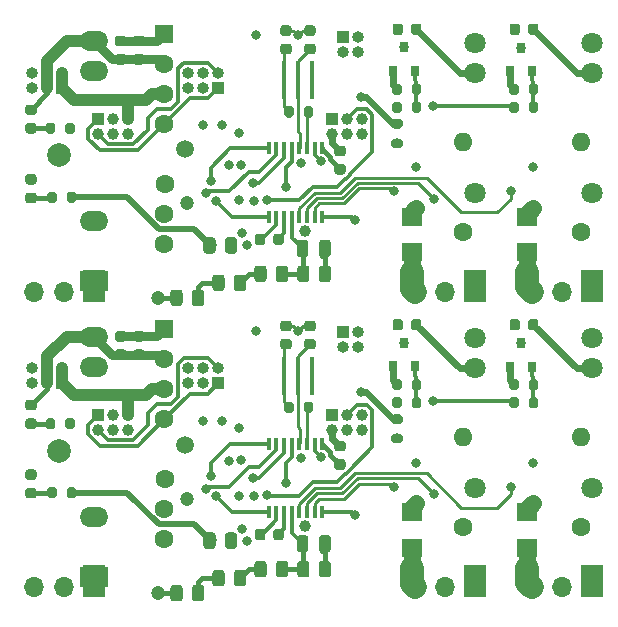
<source format=gbr>
%TF.GenerationSoftware,KiCad,Pcbnew,(5.1.10)-1*%
%TF.CreationDate,2022-01-17T18:44:23+07:00*%
%TF.ProjectId,Power_manager_v3_pnlz1x2,506f7765-725f-46d6-916e-616765725f76,rev?*%
%TF.SameCoordinates,Original*%
%TF.FileFunction,Copper,L4,Bot*%
%TF.FilePolarity,Positive*%
%FSLAX46Y46*%
G04 Gerber Fmt 4.6, Leading zero omitted, Abs format (unit mm)*
G04 Created by KiCad (PCBNEW (5.1.10)-1) date 2022-01-17 18:44:23*
%MOMM*%
%LPD*%
G01*
G04 APERTURE LIST*
%TA.AperFunction,SMDPad,CuDef*%
%ADD10R,0.800000X0.900000*%
%TD*%
%TA.AperFunction,ComponentPad*%
%ADD11C,1.600000*%
%TD*%
%TA.AperFunction,ComponentPad*%
%ADD12O,1.600000X1.600000*%
%TD*%
%TA.AperFunction,ComponentPad*%
%ADD13C,1.500000*%
%TD*%
%TA.AperFunction,ComponentPad*%
%ADD14R,1.000000X1.000000*%
%TD*%
%TA.AperFunction,ComponentPad*%
%ADD15O,1.000000X1.000000*%
%TD*%
%TA.AperFunction,ComponentPad*%
%ADD16R,1.900000X2.700000*%
%TD*%
%TA.AperFunction,ComponentPad*%
%ADD17O,1.700000X1.700000*%
%TD*%
%TA.AperFunction,ComponentPad*%
%ADD18O,2.400000X1.700000*%
%TD*%
%TA.AperFunction,ComponentPad*%
%ADD19R,2.400000X1.700000*%
%TD*%
%TA.AperFunction,ComponentPad*%
%ADD20R,1.600000X1.600000*%
%TD*%
%TA.AperFunction,ComponentPad*%
%ADD21C,1.000000*%
%TD*%
%TA.AperFunction,ComponentPad*%
%ADD22R,1.800000X1.800000*%
%TD*%
%TA.AperFunction,ComponentPad*%
%ADD23C,1.800000*%
%TD*%
%TA.AperFunction,SMDPad,CuDef*%
%ADD24R,0.400000X1.000000*%
%TD*%
%TA.AperFunction,SMDPad,CuDef*%
%ADD25R,0.400000X3.200000*%
%TD*%
%TA.AperFunction,ComponentPad*%
%ADD26C,2.000000*%
%TD*%
%TA.AperFunction,SMDPad,CuDef*%
%ADD27R,1.800000X1.500000*%
%TD*%
%TA.AperFunction,ViaPad*%
%ADD28C,0.800000*%
%TD*%
%TA.AperFunction,ViaPad*%
%ADD29C,1.200000*%
%TD*%
%TA.AperFunction,ViaPad*%
%ADD30C,1.000000*%
%TD*%
%TA.AperFunction,Conductor*%
%ADD31C,1.000000*%
%TD*%
%TA.AperFunction,Conductor*%
%ADD32C,0.800000*%
%TD*%
%TA.AperFunction,Conductor*%
%ADD33C,0.400000*%
%TD*%
%TA.AperFunction,Conductor*%
%ADD34C,1.400000*%
%TD*%
%TA.AperFunction,Conductor*%
%ADD35C,0.250000*%
%TD*%
%TA.AperFunction,Conductor*%
%ADD36C,0.600000*%
%TD*%
%TA.AperFunction,Conductor*%
%ADD37C,0.300000*%
%TD*%
%TA.AperFunction,Conductor*%
%ADD38C,2.000000*%
%TD*%
%TA.AperFunction,Conductor*%
%ADD39C,0.500000*%
%TD*%
G04 APERTURE END LIST*
%TO.P,C14,1*%
%TO.N,GNDPWR*%
%TA.AperFunction,SMDPad,CuDef*%
G36*
G01*
X109529000Y-110527000D02*
X109529000Y-111027000D01*
G75*
G02*
X109304000Y-111252000I-225000J0D01*
G01*
X108854000Y-111252000D01*
G75*
G02*
X108629000Y-111027000I0J225000D01*
G01*
X108629000Y-110527000D01*
G75*
G02*
X108854000Y-110302000I225000J0D01*
G01*
X109304000Y-110302000D01*
G75*
G02*
X109529000Y-110527000I0J-225000D01*
G01*
G37*
%TD.AperFunction*%
%TO.P,C14,2*%
%TO.N,Net-(C14-Pad2)*%
%TA.AperFunction,SMDPad,CuDef*%
G36*
G01*
X107979000Y-110527000D02*
X107979000Y-111027000D01*
G75*
G02*
X107754000Y-111252000I-225000J0D01*
G01*
X107304000Y-111252000D01*
G75*
G02*
X107079000Y-111027000I0J225000D01*
G01*
X107079000Y-110527000D01*
G75*
G02*
X107304000Y-110302000I225000J0D01*
G01*
X107754000Y-110302000D01*
G75*
G02*
X107979000Y-110527000I0J-225000D01*
G01*
G37*
%TD.AperFunction*%
%TD*%
%TO.P,C16,1*%
%TO.N,GNDPWR*%
%TA.AperFunction,SMDPad,CuDef*%
G36*
G01*
X114036000Y-102834000D02*
X114536000Y-102834000D01*
G75*
G02*
X114761000Y-103059000I0J-225000D01*
G01*
X114761000Y-103509000D01*
G75*
G02*
X114536000Y-103734000I-225000J0D01*
G01*
X114036000Y-103734000D01*
G75*
G02*
X113811000Y-103509000I0J225000D01*
G01*
X113811000Y-103059000D01*
G75*
G02*
X114036000Y-102834000I225000J0D01*
G01*
G37*
%TD.AperFunction*%
%TO.P,C16,2*%
%TO.N,+3.3VP*%
%TA.AperFunction,SMDPad,CuDef*%
G36*
G01*
X114036000Y-104384000D02*
X114536000Y-104384000D01*
G75*
G02*
X114761000Y-104609000I0J-225000D01*
G01*
X114761000Y-105059000D01*
G75*
G02*
X114536000Y-105284000I-225000J0D01*
G01*
X114036000Y-105284000D01*
G75*
G02*
X113811000Y-105059000I0J225000D01*
G01*
X113811000Y-104609000D01*
G75*
G02*
X114036000Y-104384000I225000J0D01*
G01*
G37*
%TD.AperFunction*%
%TD*%
%TO.P,R14,1*%
%TO.N,Net-(D6-Pad2)*%
%TA.AperFunction,SMDPad,CuDef*%
G36*
G01*
X89503000Y-107496000D02*
X89503000Y-106946000D01*
G75*
G02*
X89703000Y-106746000I200000J0D01*
G01*
X90103000Y-106746000D01*
G75*
G02*
X90303000Y-106946000I0J-200000D01*
G01*
X90303000Y-107496000D01*
G75*
G02*
X90103000Y-107696000I-200000J0D01*
G01*
X89703000Y-107696000D01*
G75*
G02*
X89503000Y-107496000I0J200000D01*
G01*
G37*
%TD.AperFunction*%
%TO.P,R14,2*%
%TO.N,+3.3VP*%
%TA.AperFunction,SMDPad,CuDef*%
G36*
G01*
X91153000Y-107496000D02*
X91153000Y-106946000D01*
G75*
G02*
X91353000Y-106746000I200000J0D01*
G01*
X91753000Y-106746000D01*
G75*
G02*
X91953000Y-106946000I0J-200000D01*
G01*
X91953000Y-107496000D01*
G75*
G02*
X91753000Y-107696000I-200000J0D01*
G01*
X91353000Y-107696000D01*
G75*
G02*
X91153000Y-107496000I0J200000D01*
G01*
G37*
%TD.AperFunction*%
%TD*%
D10*
%TO.P,Q2,1*%
%TO.N,Net-(Q2-Pad1)*%
X130542000Y-96553000D03*
%TO.P,Q2,2*%
%TO.N,GNDPWR*%
X128642000Y-96553000D03*
%TO.P,Q2,3*%
%TO.N,Net-(C2-Pad1)*%
X129592000Y-94553000D03*
%TD*%
%TO.P,R10,1*%
%TO.N,Net-(Q2-Pad1)*%
%TA.AperFunction,SMDPad,CuDef*%
G36*
G01*
X131069000Y-97802000D02*
X131069000Y-98352000D01*
G75*
G02*
X130869000Y-98552000I-200000J0D01*
G01*
X130469000Y-98552000D01*
G75*
G02*
X130269000Y-98352000I0J200000D01*
G01*
X130269000Y-97802000D01*
G75*
G02*
X130469000Y-97602000I200000J0D01*
G01*
X130869000Y-97602000D01*
G75*
G02*
X131069000Y-97802000I0J-200000D01*
G01*
G37*
%TD.AperFunction*%
%TO.P,R10,2*%
%TO.N,GNDPWR*%
%TA.AperFunction,SMDPad,CuDef*%
G36*
G01*
X129419000Y-97802000D02*
X129419000Y-98352000D01*
G75*
G02*
X129219000Y-98552000I-200000J0D01*
G01*
X128819000Y-98552000D01*
G75*
G02*
X128619000Y-98352000I0J200000D01*
G01*
X128619000Y-97802000D01*
G75*
G02*
X128819000Y-97602000I200000J0D01*
G01*
X129219000Y-97602000D01*
G75*
G02*
X129419000Y-97802000I0J-200000D01*
G01*
G37*
%TD.AperFunction*%
%TD*%
%TO.P,R4,1*%
%TO.N,Net-(Q2-Pad1)*%
%TA.AperFunction,SMDPad,CuDef*%
G36*
G01*
X131069000Y-99326000D02*
X131069000Y-99876000D01*
G75*
G02*
X130869000Y-100076000I-200000J0D01*
G01*
X130469000Y-100076000D01*
G75*
G02*
X130269000Y-99876000I0J200000D01*
G01*
X130269000Y-99326000D01*
G75*
G02*
X130469000Y-99126000I200000J0D01*
G01*
X130869000Y-99126000D01*
G75*
G02*
X131069000Y-99326000I0J-200000D01*
G01*
G37*
%TD.AperFunction*%
%TO.P,R4,2*%
%TO.N,/L1_o2_nEn*%
%TA.AperFunction,SMDPad,CuDef*%
G36*
G01*
X129419000Y-99326000D02*
X129419000Y-99876000D01*
G75*
G02*
X129219000Y-100076000I-200000J0D01*
G01*
X128819000Y-100076000D01*
G75*
G02*
X128619000Y-99876000I0J200000D01*
G01*
X128619000Y-99326000D01*
G75*
G02*
X128819000Y-99126000I200000J0D01*
G01*
X129219000Y-99126000D01*
G75*
G02*
X129419000Y-99326000I0J-200000D01*
G01*
G37*
%TD.AperFunction*%
%TD*%
%TO.P,C19,1*%
%TO.N,GNDPWR*%
%TA.AperFunction,SMDPad,CuDef*%
G36*
G01*
X109464000Y-92648000D02*
X109964000Y-92648000D01*
G75*
G02*
X110189000Y-92873000I0J-225000D01*
G01*
X110189000Y-93323000D01*
G75*
G02*
X109964000Y-93548000I-225000J0D01*
G01*
X109464000Y-93548000D01*
G75*
G02*
X109239000Y-93323000I0J225000D01*
G01*
X109239000Y-92873000D01*
G75*
G02*
X109464000Y-92648000I225000J0D01*
G01*
G37*
%TD.AperFunction*%
%TO.P,C19,2*%
%TO.N,Net-(C19-Pad2)*%
%TA.AperFunction,SMDPad,CuDef*%
G36*
G01*
X109464000Y-94198000D02*
X109964000Y-94198000D01*
G75*
G02*
X110189000Y-94423000I0J-225000D01*
G01*
X110189000Y-94873000D01*
G75*
G02*
X109964000Y-95098000I-225000J0D01*
G01*
X109464000Y-95098000D01*
G75*
G02*
X109239000Y-94873000I0J225000D01*
G01*
X109239000Y-94423000D01*
G75*
G02*
X109464000Y-94198000I225000J0D01*
G01*
G37*
%TD.AperFunction*%
%TD*%
%TO.P,L1,1*%
%TO.N,+3.3VP*%
%TA.AperFunction,SMDPad,CuDef*%
G36*
G01*
X102724500Y-111735001D02*
X102724500Y-110834999D01*
G75*
G02*
X102974499Y-110585000I249999J0D01*
G01*
X103499501Y-110585000D01*
G75*
G02*
X103749500Y-110834999I0J-249999D01*
G01*
X103749500Y-111735001D01*
G75*
G02*
X103499501Y-111985000I-249999J0D01*
G01*
X102974499Y-111985000D01*
G75*
G02*
X102724500Y-111735001I0J249999D01*
G01*
G37*
%TD.AperFunction*%
%TO.P,L1,2*%
%TO.N,Net-(C17-Pad2)*%
%TA.AperFunction,SMDPad,CuDef*%
G36*
G01*
X104549500Y-111735001D02*
X104549500Y-110834999D01*
G75*
G02*
X104799499Y-110585000I249999J0D01*
G01*
X105324501Y-110585000D01*
G75*
G02*
X105574500Y-110834999I0J-249999D01*
G01*
X105574500Y-111735001D01*
G75*
G02*
X105324501Y-111985000I-249999J0D01*
G01*
X104799499Y-111985000D01*
G75*
G02*
X104549500Y-111735001I0J249999D01*
G01*
G37*
%TD.AperFunction*%
%TD*%
%TO.P,R27,1*%
%TO.N,+3.3VP*%
%TA.AperFunction,SMDPad,CuDef*%
G36*
G01*
X118837000Y-100598000D02*
X119387000Y-100598000D01*
G75*
G02*
X119587000Y-100798000I0J-200000D01*
G01*
X119587000Y-101198000D01*
G75*
G02*
X119387000Y-101398000I-200000J0D01*
G01*
X118837000Y-101398000D01*
G75*
G02*
X118637000Y-101198000I0J200000D01*
G01*
X118637000Y-100798000D01*
G75*
G02*
X118837000Y-100598000I200000J0D01*
G01*
G37*
%TD.AperFunction*%
%TO.P,R27,2*%
%TO.N,Net-(R27-Pad2)*%
%TA.AperFunction,SMDPad,CuDef*%
G36*
G01*
X118837000Y-102248000D02*
X119387000Y-102248000D01*
G75*
G02*
X119587000Y-102448000I0J-200000D01*
G01*
X119587000Y-102848000D01*
G75*
G02*
X119387000Y-103048000I-200000J0D01*
G01*
X118837000Y-103048000D01*
G75*
G02*
X118637000Y-102848000I0J200000D01*
G01*
X118637000Y-102448000D01*
G75*
G02*
X118837000Y-102248000I200000J0D01*
G01*
G37*
%TD.AperFunction*%
%TD*%
D11*
%TO.P,F1,1*%
%TO.N,AC*%
X124700000Y-110142000D03*
D12*
%TO.P,F1,2*%
%TO.N,Net-(F1-Pad2)*%
X124700000Y-102522000D03*
%TD*%
D13*
%TO.P,KP1,1*%
%TO.N,Net-(KP1-Pad1)*%
X101205000Y-103157000D03*
%TD*%
D14*
%TO.P,J6,1*%
%TO.N,/+5V_state*%
X103999000Y-97950000D03*
D15*
%TO.P,J6,2*%
%TO.N,/I2C_Int*%
X103999000Y-96680000D03*
%TO.P,J6,3*%
%TO.N,GND1*%
X102729000Y-97950000D03*
%TO.P,J6,4*%
X102729000Y-96680000D03*
%TO.P,J6,5*%
%TO.N,/scl0*%
X101459000Y-97950000D03*
%TO.P,J6,6*%
%TO.N,/sda0*%
X101459000Y-96680000D03*
%TD*%
D14*
%TO.P,JP4,1*%
%TO.N,GNDPWR*%
X114540000Y-93632000D03*
D15*
%TO.P,JP4,2*%
%TO.N,Net-(JP4-Pad2)*%
X114540000Y-94902000D03*
%TO.P,JP4,3*%
%TO.N,GNDPWR*%
X115810000Y-93632000D03*
%TO.P,JP4,4*%
%TO.N,/nRst*%
X115810000Y-94902000D03*
%TD*%
D16*
%TO.P,J1,1*%
%TO.N,Net-(J1-Pad1)*%
X93458000Y-114714000D03*
D17*
%TO.P,J1,2*%
%TO.N,N/C*%
X90918000Y-115222000D03*
%TO.P,J1,3*%
%TO.N,Net-(J1-Pad3)*%
X88378000Y-115222000D03*
%TD*%
D16*
%TO.P,J3,1*%
%TO.N,Net-(J3-Pad1)*%
X125716000Y-114714000D03*
D17*
%TO.P,J3,2*%
%TO.N,N/C*%
X123176000Y-115222000D03*
%TO.P,J3,3*%
%TO.N,/Load1N*%
X120636000Y-115222000D03*
%TD*%
D16*
%TO.P,J4,1*%
%TO.N,Net-(J4-Pad1)*%
X135622000Y-114714000D03*
D17*
%TO.P,J4,2*%
%TO.N,N/C*%
X133082000Y-115222000D03*
%TO.P,J4,3*%
%TO.N,/Load2N*%
X130542000Y-115222000D03*
%TD*%
D18*
%TO.P,U1,4*%
%TO.N,GND1*%
X93458000Y-94013000D03*
%TO.P,U1,3*%
%TO.N,+5V*%
X93458000Y-96553000D03*
%TO.P,U1,2*%
%TO.N,Net-(J1-Pad3)*%
X93458000Y-109253000D03*
D19*
%TO.P,U1,1*%
%TO.N,Net-(J1-Pad1)*%
X93458000Y-114333000D03*
%TD*%
D20*
%TO.P,U4,1*%
%TO.N,Net-(C6-Pad2)*%
X99427000Y-93378000D03*
D11*
%TO.P,U4,2*%
%TO.N,GND1*%
X99427000Y-95918000D03*
%TO.P,U4,3*%
%TO.N,+5P*%
X99427000Y-98458000D03*
%TO.P,U4,4*%
%TO.N,/+5V_state*%
X99427000Y-100998000D03*
%TO.P,U4,5*%
%TO.N,Net-(JP5-Pad1)*%
X99436500Y-106078000D03*
%TO.P,U4,6*%
%TO.N,GNDPWR*%
X99427000Y-108618000D03*
%TO.P,U4,7*%
%TO.N,Net-(JP6-Pad1)*%
X99427000Y-111158000D03*
%TD*%
D14*
%TO.P,U7,A1*%
%TO.N,/+5V_state*%
X93839000Y-100617000D03*
D21*
%TO.P,U7,A2*%
%TO.N,/I2C_Int*%
X93839000Y-101887000D03*
%TO.P,U7,A3*%
%TO.N,/sda0*%
X95109000Y-100617000D03*
%TO.P,U7,A4*%
%TO.N,/scl0*%
X95109000Y-101887000D03*
%TO.P,U7,A5*%
%TO.N,+5P*%
X96379000Y-100617000D03*
%TO.P,U7,A6*%
%TO.N,GND1*%
X96379000Y-101887000D03*
D14*
%TO.P,U7,B1*%
%TO.N,+3.3VP*%
X113651000Y-100617000D03*
D21*
%TO.P,U7,B2*%
%TO.N,GNDPWR*%
X113651000Y-101887000D03*
%TO.P,U7,B3*%
%TO.N,/I2C_SDA*%
X114921000Y-100617000D03*
%TO.P,U7,B4*%
%TO.N,/I2C_SCL*%
X114921000Y-101887000D03*
%TO.P,U7,B5*%
%TO.N,/+5V_valid*%
X116191000Y-100617000D03*
%TO.P,U7,B6*%
%TO.N,/Int*%
X116191000Y-101887000D03*
%TD*%
D11*
%TO.P,F2,1*%
%TO.N,AC*%
X134733000Y-110142000D03*
D12*
%TO.P,F2,2*%
%TO.N,Net-(F2-Pad2)*%
X134733000Y-102522000D03*
%TD*%
D14*
%TO.P,J2,1*%
%TO.N,+5P*%
X90791000Y-97950000D03*
D15*
%TO.P,J2,2*%
X90791000Y-96680000D03*
%TO.P,J2,3*%
%TO.N,GND1*%
X89521000Y-97950000D03*
%TO.P,J2,4*%
X89521000Y-96680000D03*
%TO.P,J2,5*%
%TO.N,+5V*%
X88251000Y-97950000D03*
%TO.P,J2,6*%
X88251000Y-96680000D03*
%TD*%
D22*
%TO.P,U3,1*%
%TO.N,Net-(J4-Pad1)*%
X135622000Y-114460000D03*
D23*
%TO.P,U3,2*%
%TO.N,Net-(F2-Pad2)*%
X135622000Y-106840000D03*
%TO.P,U3,3*%
%TO.N,+5VP*%
X135622000Y-96680000D03*
%TO.P,U3,4*%
%TO.N,Net-(D4-Pad2)*%
X135622000Y-94140000D03*
%TD*%
%TO.P,D5,1*%
%TO.N,GND1*%
%TA.AperFunction,SMDPad,CuDef*%
G36*
G01*
X87867750Y-99366500D02*
X88380250Y-99366500D01*
G75*
G02*
X88599000Y-99585250I0J-218750D01*
G01*
X88599000Y-100022750D01*
G75*
G02*
X88380250Y-100241500I-218750J0D01*
G01*
X87867750Y-100241500D01*
G75*
G02*
X87649000Y-100022750I0J218750D01*
G01*
X87649000Y-99585250D01*
G75*
G02*
X87867750Y-99366500I218750J0D01*
G01*
G37*
%TD.AperFunction*%
%TO.P,D5,2*%
%TO.N,Net-(D5-Pad2)*%
%TA.AperFunction,SMDPad,CuDef*%
G36*
G01*
X87867750Y-100941500D02*
X88380250Y-100941500D01*
G75*
G02*
X88599000Y-101160250I0J-218750D01*
G01*
X88599000Y-101597750D01*
G75*
G02*
X88380250Y-101816500I-218750J0D01*
G01*
X87867750Y-101816500D01*
G75*
G02*
X87649000Y-101597750I0J218750D01*
G01*
X87649000Y-101160250D01*
G75*
G02*
X87867750Y-100941500I218750J0D01*
G01*
G37*
%TD.AperFunction*%
%TD*%
%TO.P,R13,1*%
%TO.N,Net-(D5-Pad2)*%
%TA.AperFunction,SMDPad,CuDef*%
G36*
G01*
X89375000Y-101654000D02*
X89375000Y-101104000D01*
G75*
G02*
X89575000Y-100904000I200000J0D01*
G01*
X89975000Y-100904000D01*
G75*
G02*
X90175000Y-101104000I0J-200000D01*
G01*
X90175000Y-101654000D01*
G75*
G02*
X89975000Y-101854000I-200000J0D01*
G01*
X89575000Y-101854000D01*
G75*
G02*
X89375000Y-101654000I0J200000D01*
G01*
G37*
%TD.AperFunction*%
%TO.P,R13,2*%
%TO.N,+5V*%
%TA.AperFunction,SMDPad,CuDef*%
G36*
G01*
X91025000Y-101654000D02*
X91025000Y-101104000D01*
G75*
G02*
X91225000Y-100904000I200000J0D01*
G01*
X91625000Y-100904000D01*
G75*
G02*
X91825000Y-101104000I0J-200000D01*
G01*
X91825000Y-101654000D01*
G75*
G02*
X91625000Y-101854000I-200000J0D01*
G01*
X91225000Y-101854000D01*
G75*
G02*
X91025000Y-101654000I0J200000D01*
G01*
G37*
%TD.AperFunction*%
%TD*%
%TO.P,D1,1*%
%TO.N,Net-(D1-Pad1)*%
%TA.AperFunction,SMDPad,CuDef*%
G36*
G01*
X118738000Y-93253250D02*
X118738000Y-92740750D01*
G75*
G02*
X118956750Y-92522000I218750J0D01*
G01*
X119394250Y-92522000D01*
G75*
G02*
X119613000Y-92740750I0J-218750D01*
G01*
X119613000Y-93253250D01*
G75*
G02*
X119394250Y-93472000I-218750J0D01*
G01*
X118956750Y-93472000D01*
G75*
G02*
X118738000Y-93253250I0J218750D01*
G01*
G37*
%TD.AperFunction*%
%TO.P,D1,2*%
%TO.N,+5VP*%
%TA.AperFunction,SMDPad,CuDef*%
G36*
G01*
X120313000Y-93253250D02*
X120313000Y-92740750D01*
G75*
G02*
X120531750Y-92522000I218750J0D01*
G01*
X120969250Y-92522000D01*
G75*
G02*
X121188000Y-92740750I0J-218750D01*
G01*
X121188000Y-93253250D01*
G75*
G02*
X120969250Y-93472000I-218750J0D01*
G01*
X120531750Y-93472000D01*
G75*
G02*
X120313000Y-93253250I0J218750D01*
G01*
G37*
%TD.AperFunction*%
%TD*%
%TO.P,D2,1*%
%TO.N,Net-(D2-Pad1)*%
%TA.AperFunction,SMDPad,CuDef*%
G36*
G01*
X128644000Y-93253250D02*
X128644000Y-92740750D01*
G75*
G02*
X128862750Y-92522000I218750J0D01*
G01*
X129300250Y-92522000D01*
G75*
G02*
X129519000Y-92740750I0J-218750D01*
G01*
X129519000Y-93253250D01*
G75*
G02*
X129300250Y-93472000I-218750J0D01*
G01*
X128862750Y-93472000D01*
G75*
G02*
X128644000Y-93253250I0J218750D01*
G01*
G37*
%TD.AperFunction*%
%TO.P,D2,2*%
%TO.N,+5VP*%
%TA.AperFunction,SMDPad,CuDef*%
G36*
G01*
X130219000Y-93253250D02*
X130219000Y-92740750D01*
G75*
G02*
X130437750Y-92522000I218750J0D01*
G01*
X130875250Y-92522000D01*
G75*
G02*
X131094000Y-92740750I0J-218750D01*
G01*
X131094000Y-93253250D01*
G75*
G02*
X130875250Y-93472000I-218750J0D01*
G01*
X130437750Y-93472000D01*
G75*
G02*
X130219000Y-93253250I0J218750D01*
G01*
G37*
%TD.AperFunction*%
%TD*%
%TO.P,R12,1*%
%TO.N,Net-(R11-Pad2)*%
%TA.AperFunction,SMDPad,CuDef*%
G36*
G01*
X102780500Y-115279999D02*
X102780500Y-116180001D01*
G75*
G02*
X102530501Y-116430000I-249999J0D01*
G01*
X102005499Y-116430000D01*
G75*
G02*
X101755500Y-116180001I0J249999D01*
G01*
X101755500Y-115279999D01*
G75*
G02*
X102005499Y-115030000I249999J0D01*
G01*
X102530501Y-115030000D01*
G75*
G02*
X102780500Y-115279999I0J-249999D01*
G01*
G37*
%TD.AperFunction*%
%TO.P,R12,2*%
%TO.N,AC*%
%TA.AperFunction,SMDPad,CuDef*%
G36*
G01*
X100955500Y-115279999D02*
X100955500Y-116180001D01*
G75*
G02*
X100705501Y-116430000I-249999J0D01*
G01*
X100180499Y-116430000D01*
G75*
G02*
X99930500Y-116180001I0J249999D01*
G01*
X99930500Y-115279999D01*
G75*
G02*
X100180499Y-115030000I249999J0D01*
G01*
X100705501Y-115030000D01*
G75*
G02*
X100955500Y-115279999I0J-249999D01*
G01*
G37*
%TD.AperFunction*%
%TD*%
%TO.P,R17,1*%
%TO.N,Net-(C13-Pad2)*%
%TA.AperFunction,SMDPad,CuDef*%
G36*
G01*
X109892500Y-113247999D02*
X109892500Y-114148001D01*
G75*
G02*
X109642501Y-114398000I-249999J0D01*
G01*
X109117499Y-114398000D01*
G75*
G02*
X108867500Y-114148001I0J249999D01*
G01*
X108867500Y-113247999D01*
G75*
G02*
X109117499Y-112998000I249999J0D01*
G01*
X109642501Y-112998000D01*
G75*
G02*
X109892500Y-113247999I0J-249999D01*
G01*
G37*
%TD.AperFunction*%
%TO.P,R17,2*%
%TO.N,Net-(R11-Pad1)*%
%TA.AperFunction,SMDPad,CuDef*%
G36*
G01*
X108067500Y-113247999D02*
X108067500Y-114148001D01*
G75*
G02*
X107817501Y-114398000I-249999J0D01*
G01*
X107292499Y-114398000D01*
G75*
G02*
X107042500Y-114148001I0J249999D01*
G01*
X107042500Y-113247999D01*
G75*
G02*
X107292499Y-112998000I249999J0D01*
G01*
X107817501Y-112998000D01*
G75*
G02*
X108067500Y-113247999I0J-249999D01*
G01*
G37*
%TD.AperFunction*%
%TD*%
%TO.P,R22,1*%
%TO.N,Net-(C13-Pad2)*%
%TA.AperFunction,SMDPad,CuDef*%
G36*
G01*
X110678500Y-114148001D02*
X110678500Y-113247999D01*
G75*
G02*
X110928499Y-112998000I249999J0D01*
G01*
X111453501Y-112998000D01*
G75*
G02*
X111703500Y-113247999I0J-249999D01*
G01*
X111703500Y-114148001D01*
G75*
G02*
X111453501Y-114398000I-249999J0D01*
G01*
X110928499Y-114398000D01*
G75*
G02*
X110678500Y-114148001I0J249999D01*
G01*
G37*
%TD.AperFunction*%
%TO.P,R22,2*%
%TO.N,GNDPWR*%
%TA.AperFunction,SMDPad,CuDef*%
G36*
G01*
X112503500Y-114148001D02*
X112503500Y-113247999D01*
G75*
G02*
X112753499Y-112998000I249999J0D01*
G01*
X113278501Y-112998000D01*
G75*
G02*
X113528500Y-113247999I0J-249999D01*
G01*
X113528500Y-114148001D01*
G75*
G02*
X113278501Y-114398000I-249999J0D01*
G01*
X112753499Y-114398000D01*
G75*
G02*
X112503500Y-114148001I0J249999D01*
G01*
G37*
%TD.AperFunction*%
%TD*%
%TO.P,R26,1*%
%TO.N,Net-(R26-Pad1)*%
%TA.AperFunction,SMDPad,CuDef*%
G36*
G01*
X112018000Y-99707000D02*
X112018000Y-100257000D01*
G75*
G02*
X111818000Y-100457000I-200000J0D01*
G01*
X111418000Y-100457000D01*
G75*
G02*
X111218000Y-100257000I0J200000D01*
G01*
X111218000Y-99707000D01*
G75*
G02*
X111418000Y-99507000I200000J0D01*
G01*
X111818000Y-99507000D01*
G75*
G02*
X112018000Y-99707000I0J-200000D01*
G01*
G37*
%TD.AperFunction*%
%TO.P,R26,2*%
%TO.N,Net-(C19-Pad2)*%
%TA.AperFunction,SMDPad,CuDef*%
G36*
G01*
X110368000Y-99707000D02*
X110368000Y-100257000D01*
G75*
G02*
X110168000Y-100457000I-200000J0D01*
G01*
X109768000Y-100457000D01*
G75*
G02*
X109568000Y-100257000I0J200000D01*
G01*
X109568000Y-99707000D01*
G75*
G02*
X109768000Y-99507000I200000J0D01*
G01*
X110168000Y-99507000D01*
G75*
G02*
X110368000Y-99707000I0J-200000D01*
G01*
G37*
%TD.AperFunction*%
%TD*%
D24*
%TO.P,U6,1*%
%TO.N,Net-(C9-Pad2)*%
X112807000Y-108872000D03*
%TO.P,U6,2*%
%TO.N,Net-(C10-Pad1)*%
X112157000Y-108872000D03*
%TO.P,U6,3*%
%TO.N,Net-(C11-Pad2)*%
X111507000Y-108872000D03*
%TO.P,U6,4*%
%TO.N,Net-(C12-Pad1)*%
X110857000Y-108872000D03*
%TO.P,U6,5*%
%TO.N,Net-(C13-Pad2)*%
X110207000Y-108872000D03*
%TO.P,U6,6*%
%TO.N,GNDPWR*%
X109557000Y-108872000D03*
%TO.P,U6,7*%
%TO.N,Net-(C14-Pad2)*%
X108907000Y-108872000D03*
%TO.P,U6,8*%
%TO.N,/SPI_MISO*%
X108257000Y-108872000D03*
%TO.P,U6,9*%
%TO.N,/SPI_MOSI*%
X108257000Y-103072000D03*
%TO.P,U6,10*%
%TO.N,/SPI_SCLK*%
X108907000Y-103072000D03*
%TO.P,U6,11*%
%TO.N,/SPI_SSEL*%
X109557000Y-103072000D03*
%TO.P,U6,12*%
%TO.N,Net-(R27-Pad2)*%
X110207000Y-103072000D03*
%TO.P,U6,13*%
%TO.N,Net-(C18-Pad2)*%
X110857000Y-103072000D03*
%TO.P,U6,14*%
%TO.N,Net-(R26-Pad1)*%
X111507000Y-103072000D03*
%TO.P,U6,15*%
%TO.N,/Int*%
X112157000Y-103072000D03*
%TO.P,U6,16*%
%TO.N,+3.3VP*%
X112807000Y-103072000D03*
%TD*%
D25*
%TO.P,Y2,1*%
%TO.N,Net-(C19-Pad2)*%
X109530000Y-97315000D03*
%TO.P,Y2,2*%
%TO.N,Net-(C18-Pad2)*%
X110730000Y-97315000D03*
%TO.P,Y2,3*%
%TO.N,N/C*%
X111930000Y-97315000D03*
%TD*%
D26*
%TO.P,GND1,1*%
%TO.N,GND1*%
X90537000Y-103665000D03*
%TD*%
%TO.P,C6,1*%
%TO.N,GND1*%
%TA.AperFunction,SMDPad,CuDef*%
G36*
G01*
X97518000Y-95987000D02*
X97018000Y-95987000D01*
G75*
G02*
X96793000Y-95762000I0J225000D01*
G01*
X96793000Y-95312000D01*
G75*
G02*
X97018000Y-95087000I225000J0D01*
G01*
X97518000Y-95087000D01*
G75*
G02*
X97743000Y-95312000I0J-225000D01*
G01*
X97743000Y-95762000D01*
G75*
G02*
X97518000Y-95987000I-225000J0D01*
G01*
G37*
%TD.AperFunction*%
%TO.P,C6,2*%
%TO.N,Net-(C6-Pad2)*%
%TA.AperFunction,SMDPad,CuDef*%
G36*
G01*
X97518000Y-94437000D02*
X97018000Y-94437000D01*
G75*
G02*
X96793000Y-94212000I0J225000D01*
G01*
X96793000Y-93762000D01*
G75*
G02*
X97018000Y-93537000I225000J0D01*
G01*
X97518000Y-93537000D01*
G75*
G02*
X97743000Y-93762000I0J-225000D01*
G01*
X97743000Y-94212000D01*
G75*
G02*
X97518000Y-94437000I-225000J0D01*
G01*
G37*
%TD.AperFunction*%
%TD*%
%TO.P,C8,1*%
%TO.N,GND1*%
%TA.AperFunction,SMDPad,CuDef*%
G36*
G01*
X95968000Y-95987000D02*
X95468000Y-95987000D01*
G75*
G02*
X95243000Y-95762000I0J225000D01*
G01*
X95243000Y-95312000D01*
G75*
G02*
X95468000Y-95087000I225000J0D01*
G01*
X95968000Y-95087000D01*
G75*
G02*
X96193000Y-95312000I0J-225000D01*
G01*
X96193000Y-95762000D01*
G75*
G02*
X95968000Y-95987000I-225000J0D01*
G01*
G37*
%TD.AperFunction*%
%TO.P,C8,2*%
%TO.N,Net-(C6-Pad2)*%
%TA.AperFunction,SMDPad,CuDef*%
G36*
G01*
X95968000Y-94437000D02*
X95468000Y-94437000D01*
G75*
G02*
X95243000Y-94212000I0J225000D01*
G01*
X95243000Y-93762000D01*
G75*
G02*
X95468000Y-93537000I225000J0D01*
G01*
X95968000Y-93537000D01*
G75*
G02*
X96193000Y-93762000I0J-225000D01*
G01*
X96193000Y-94212000D01*
G75*
G02*
X95968000Y-94437000I-225000J0D01*
G01*
G37*
%TD.AperFunction*%
%TD*%
%TO.P,C13,1*%
%TO.N,GNDPWR*%
%TA.AperFunction,SMDPad,CuDef*%
G36*
G01*
X113516000Y-111064000D02*
X113516000Y-112014000D01*
G75*
G02*
X113266000Y-112264000I-250000J0D01*
G01*
X112766000Y-112264000D01*
G75*
G02*
X112516000Y-112014000I0J250000D01*
G01*
X112516000Y-111064000D01*
G75*
G02*
X112766000Y-110814000I250000J0D01*
G01*
X113266000Y-110814000D01*
G75*
G02*
X113516000Y-111064000I0J-250000D01*
G01*
G37*
%TD.AperFunction*%
%TO.P,C13,2*%
%TO.N,Net-(C13-Pad2)*%
%TA.AperFunction,SMDPad,CuDef*%
G36*
G01*
X111616000Y-111064000D02*
X111616000Y-112014000D01*
G75*
G02*
X111366000Y-112264000I-250000J0D01*
G01*
X110866000Y-112264000D01*
G75*
G02*
X110616000Y-112014000I0J250000D01*
G01*
X110616000Y-111064000D01*
G75*
G02*
X110866000Y-110814000I250000J0D01*
G01*
X111366000Y-110814000D01*
G75*
G02*
X111616000Y-111064000I0J-250000D01*
G01*
G37*
%TD.AperFunction*%
%TD*%
%TO.P,C18,1*%
%TO.N,GNDPWR*%
%TA.AperFunction,SMDPad,CuDef*%
G36*
G01*
X111496000Y-92648000D02*
X111996000Y-92648000D01*
G75*
G02*
X112221000Y-92873000I0J-225000D01*
G01*
X112221000Y-93323000D01*
G75*
G02*
X111996000Y-93548000I-225000J0D01*
G01*
X111496000Y-93548000D01*
G75*
G02*
X111271000Y-93323000I0J225000D01*
G01*
X111271000Y-92873000D01*
G75*
G02*
X111496000Y-92648000I225000J0D01*
G01*
G37*
%TD.AperFunction*%
%TO.P,C18,2*%
%TO.N,Net-(C18-Pad2)*%
%TA.AperFunction,SMDPad,CuDef*%
G36*
G01*
X111496000Y-94198000D02*
X111996000Y-94198000D01*
G75*
G02*
X112221000Y-94423000I0J-225000D01*
G01*
X112221000Y-94873000D01*
G75*
G02*
X111996000Y-95098000I-225000J0D01*
G01*
X111496000Y-95098000D01*
G75*
G02*
X111271000Y-94873000I0J225000D01*
G01*
X111271000Y-94423000D01*
G75*
G02*
X111496000Y-94198000I225000J0D01*
G01*
G37*
%TD.AperFunction*%
%TD*%
D27*
%TO.P,R15,1*%
%TO.N,/Load1N*%
X120382000Y-111872000D03*
%TO.P,R15,2*%
%TO.N,GNDPWR*%
X120382000Y-108872000D03*
%TD*%
D10*
%TO.P,Q1,1*%
%TO.N,Net-(Q1-Pad1)*%
X120636000Y-96521000D03*
%TO.P,Q1,2*%
%TO.N,GNDPWR*%
X118736000Y-96521000D03*
%TO.P,Q1,3*%
%TO.N,Net-(C1-Pad1)*%
X119686000Y-94521000D03*
%TD*%
%TO.P,R3,1*%
%TO.N,Net-(Q1-Pad1)*%
%TA.AperFunction,SMDPad,CuDef*%
G36*
G01*
X121163000Y-99326000D02*
X121163000Y-99876000D01*
G75*
G02*
X120963000Y-100076000I-200000J0D01*
G01*
X120563000Y-100076000D01*
G75*
G02*
X120363000Y-99876000I0J200000D01*
G01*
X120363000Y-99326000D01*
G75*
G02*
X120563000Y-99126000I200000J0D01*
G01*
X120963000Y-99126000D01*
G75*
G02*
X121163000Y-99326000I0J-200000D01*
G01*
G37*
%TD.AperFunction*%
%TO.P,R3,2*%
%TO.N,/L1_o1_nEn*%
%TA.AperFunction,SMDPad,CuDef*%
G36*
G01*
X119513000Y-99326000D02*
X119513000Y-99876000D01*
G75*
G02*
X119313000Y-100076000I-200000J0D01*
G01*
X118913000Y-100076000D01*
G75*
G02*
X118713000Y-99876000I0J200000D01*
G01*
X118713000Y-99326000D01*
G75*
G02*
X118913000Y-99126000I200000J0D01*
G01*
X119313000Y-99126000D01*
G75*
G02*
X119513000Y-99326000I0J-200000D01*
G01*
G37*
%TD.AperFunction*%
%TD*%
%TO.P,R7,1*%
%TO.N,Net-(Q1-Pad1)*%
%TA.AperFunction,SMDPad,CuDef*%
G36*
G01*
X121163000Y-97802000D02*
X121163000Y-98352000D01*
G75*
G02*
X120963000Y-98552000I-200000J0D01*
G01*
X120563000Y-98552000D01*
G75*
G02*
X120363000Y-98352000I0J200000D01*
G01*
X120363000Y-97802000D01*
G75*
G02*
X120563000Y-97602000I200000J0D01*
G01*
X120963000Y-97602000D01*
G75*
G02*
X121163000Y-97802000I0J-200000D01*
G01*
G37*
%TD.AperFunction*%
%TO.P,R7,2*%
%TO.N,GNDPWR*%
%TA.AperFunction,SMDPad,CuDef*%
G36*
G01*
X119513000Y-97802000D02*
X119513000Y-98352000D01*
G75*
G02*
X119313000Y-98552000I-200000J0D01*
G01*
X118913000Y-98552000D01*
G75*
G02*
X118713000Y-98352000I0J200000D01*
G01*
X118713000Y-97802000D01*
G75*
G02*
X118913000Y-97602000I200000J0D01*
G01*
X119313000Y-97602000D01*
G75*
G02*
X119513000Y-97802000I0J-200000D01*
G01*
G37*
%TD.AperFunction*%
%TD*%
%TO.P,R11,1*%
%TO.N,Net-(R11-Pad1)*%
%TA.AperFunction,SMDPad,CuDef*%
G36*
G01*
X106336500Y-114009999D02*
X106336500Y-114910001D01*
G75*
G02*
X106086501Y-115160000I-249999J0D01*
G01*
X105561499Y-115160000D01*
G75*
G02*
X105311500Y-114910001I0J249999D01*
G01*
X105311500Y-114009999D01*
G75*
G02*
X105561499Y-113760000I249999J0D01*
G01*
X106086501Y-113760000D01*
G75*
G02*
X106336500Y-114009999I0J-249999D01*
G01*
G37*
%TD.AperFunction*%
%TO.P,R11,2*%
%TO.N,Net-(R11-Pad2)*%
%TA.AperFunction,SMDPad,CuDef*%
G36*
G01*
X104511500Y-114009999D02*
X104511500Y-114910001D01*
G75*
G02*
X104261501Y-115160000I-249999J0D01*
G01*
X103736499Y-115160000D01*
G75*
G02*
X103486500Y-114910001I0J249999D01*
G01*
X103486500Y-114009999D01*
G75*
G02*
X103736499Y-113760000I249999J0D01*
G01*
X104261501Y-113760000D01*
G75*
G02*
X104511500Y-114009999I0J-249999D01*
G01*
G37*
%TD.AperFunction*%
%TD*%
D22*
%TO.P,U2,1*%
%TO.N,Net-(J3-Pad1)*%
X125716000Y-114460000D03*
D23*
%TO.P,U2,2*%
%TO.N,Net-(F1-Pad2)*%
X125716000Y-106840000D03*
%TO.P,U2,3*%
%TO.N,+5VP*%
X125716000Y-96680000D03*
%TO.P,U2,4*%
%TO.N,Net-(D3-Pad2)*%
X125716000Y-94140000D03*
%TD*%
%TO.P,D6,1*%
%TO.N,GNDPWR*%
%TA.AperFunction,SMDPad,CuDef*%
G36*
G01*
X87867750Y-105259500D02*
X88380250Y-105259500D01*
G75*
G02*
X88599000Y-105478250I0J-218750D01*
G01*
X88599000Y-105915750D01*
G75*
G02*
X88380250Y-106134500I-218750J0D01*
G01*
X87867750Y-106134500D01*
G75*
G02*
X87649000Y-105915750I0J218750D01*
G01*
X87649000Y-105478250D01*
G75*
G02*
X87867750Y-105259500I218750J0D01*
G01*
G37*
%TD.AperFunction*%
%TO.P,D6,2*%
%TO.N,Net-(D6-Pad2)*%
%TA.AperFunction,SMDPad,CuDef*%
G36*
G01*
X87867750Y-106834500D02*
X88380250Y-106834500D01*
G75*
G02*
X88599000Y-107053250I0J-218750D01*
G01*
X88599000Y-107490750D01*
G75*
G02*
X88380250Y-107709500I-218750J0D01*
G01*
X87867750Y-107709500D01*
G75*
G02*
X87649000Y-107490750I0J218750D01*
G01*
X87649000Y-107053250D01*
G75*
G02*
X87867750Y-106834500I218750J0D01*
G01*
G37*
%TD.AperFunction*%
%TD*%
D27*
%TO.P,R16,1*%
%TO.N,/Load2N*%
X130161000Y-111872000D03*
%TO.P,R16,2*%
%TO.N,GNDPWR*%
X130161000Y-108872000D03*
%TD*%
D21*
%TO.P,U7,B6*%
%TO.N,/Int*%
X116191000Y-76887000D03*
%TO.P,U7,B5*%
%TO.N,/+5V_valid*%
X116191000Y-75617000D03*
%TO.P,U7,B4*%
%TO.N,/I2C_SCL*%
X114921000Y-76887000D03*
%TO.P,U7,B3*%
%TO.N,/I2C_SDA*%
X114921000Y-75617000D03*
%TO.P,U7,B2*%
%TO.N,GNDPWR*%
X113651000Y-76887000D03*
D14*
%TO.P,U7,B1*%
%TO.N,+3.3VP*%
X113651000Y-75617000D03*
D21*
%TO.P,U7,A6*%
%TO.N,GND1*%
X96379000Y-76887000D03*
%TO.P,U7,A5*%
%TO.N,+5P*%
X96379000Y-75617000D03*
%TO.P,U7,A4*%
%TO.N,/scl0*%
X95109000Y-76887000D03*
%TO.P,U7,A3*%
%TO.N,/sda0*%
X95109000Y-75617000D03*
%TO.P,U7,A2*%
%TO.N,/I2C_Int*%
X93839000Y-76887000D03*
D14*
%TO.P,U7,A1*%
%TO.N,/+5V_state*%
X93839000Y-75617000D03*
%TD*%
D11*
%TO.P,U4,7*%
%TO.N,Net-(JP6-Pad1)*%
X99427000Y-86158000D03*
%TO.P,U4,6*%
%TO.N,GNDPWR*%
X99427000Y-83618000D03*
%TO.P,U4,5*%
%TO.N,Net-(JP5-Pad1)*%
X99436500Y-81078000D03*
%TO.P,U4,4*%
%TO.N,/+5V_state*%
X99427000Y-75998000D03*
%TO.P,U4,3*%
%TO.N,+5P*%
X99427000Y-73458000D03*
%TO.P,U4,2*%
%TO.N,GND1*%
X99427000Y-70918000D03*
D20*
%TO.P,U4,1*%
%TO.N,Net-(C6-Pad2)*%
X99427000Y-68378000D03*
%TD*%
D19*
%TO.P,U1,1*%
%TO.N,Net-(J1-Pad1)*%
X93458000Y-89333000D03*
D18*
%TO.P,U1,2*%
%TO.N,Net-(J1-Pad3)*%
X93458000Y-84253000D03*
%TO.P,U1,3*%
%TO.N,+5V*%
X93458000Y-71553000D03*
%TO.P,U1,4*%
%TO.N,GND1*%
X93458000Y-69013000D03*
%TD*%
D17*
%TO.P,J4,3*%
%TO.N,/Load2N*%
X130542000Y-90222000D03*
%TO.P,J4,2*%
%TO.N,N/C*%
X133082000Y-90222000D03*
D16*
%TO.P,J4,1*%
%TO.N,Net-(J4-Pad1)*%
X135622000Y-89714000D03*
%TD*%
D17*
%TO.P,J3,3*%
%TO.N,/Load1N*%
X120636000Y-90222000D03*
%TO.P,J3,2*%
%TO.N,N/C*%
X123176000Y-90222000D03*
D16*
%TO.P,J3,1*%
%TO.N,Net-(J3-Pad1)*%
X125716000Y-89714000D03*
%TD*%
D17*
%TO.P,J1,3*%
%TO.N,Net-(J1-Pad3)*%
X88378000Y-90222000D03*
%TO.P,J1,2*%
%TO.N,N/C*%
X90918000Y-90222000D03*
D16*
%TO.P,J1,1*%
%TO.N,Net-(J1-Pad1)*%
X93458000Y-89714000D03*
%TD*%
D15*
%TO.P,JP4,4*%
%TO.N,/nRst*%
X115810000Y-69902000D03*
%TO.P,JP4,3*%
%TO.N,GNDPWR*%
X115810000Y-68632000D03*
%TO.P,JP4,2*%
%TO.N,Net-(JP4-Pad2)*%
X114540000Y-69902000D03*
D14*
%TO.P,JP4,1*%
%TO.N,GNDPWR*%
X114540000Y-68632000D03*
%TD*%
D15*
%TO.P,J6,6*%
%TO.N,/sda0*%
X101459000Y-71680000D03*
%TO.P,J6,5*%
%TO.N,/scl0*%
X101459000Y-72950000D03*
%TO.P,J6,4*%
%TO.N,GND1*%
X102729000Y-71680000D03*
%TO.P,J6,3*%
X102729000Y-72950000D03*
%TO.P,J6,2*%
%TO.N,/I2C_Int*%
X103999000Y-71680000D03*
D14*
%TO.P,J6,1*%
%TO.N,/+5V_state*%
X103999000Y-72950000D03*
%TD*%
D13*
%TO.P,KP1,1*%
%TO.N,Net-(KP1-Pad1)*%
X101205000Y-78157000D03*
%TD*%
D12*
%TO.P,F1,2*%
%TO.N,Net-(F1-Pad2)*%
X124700000Y-77522000D03*
D11*
%TO.P,F1,1*%
%TO.N,AC*%
X124700000Y-85142000D03*
%TD*%
%TO.P,R27,2*%
%TO.N,Net-(R27-Pad2)*%
%TA.AperFunction,SMDPad,CuDef*%
G36*
G01*
X118837000Y-77248000D02*
X119387000Y-77248000D01*
G75*
G02*
X119587000Y-77448000I0J-200000D01*
G01*
X119587000Y-77848000D01*
G75*
G02*
X119387000Y-78048000I-200000J0D01*
G01*
X118837000Y-78048000D01*
G75*
G02*
X118637000Y-77848000I0J200000D01*
G01*
X118637000Y-77448000D01*
G75*
G02*
X118837000Y-77248000I200000J0D01*
G01*
G37*
%TD.AperFunction*%
%TO.P,R27,1*%
%TO.N,+3.3VP*%
%TA.AperFunction,SMDPad,CuDef*%
G36*
G01*
X118837000Y-75598000D02*
X119387000Y-75598000D01*
G75*
G02*
X119587000Y-75798000I0J-200000D01*
G01*
X119587000Y-76198000D01*
G75*
G02*
X119387000Y-76398000I-200000J0D01*
G01*
X118837000Y-76398000D01*
G75*
G02*
X118637000Y-76198000I0J200000D01*
G01*
X118637000Y-75798000D01*
G75*
G02*
X118837000Y-75598000I200000J0D01*
G01*
G37*
%TD.AperFunction*%
%TD*%
%TO.P,L1,2*%
%TO.N,Net-(C17-Pad2)*%
%TA.AperFunction,SMDPad,CuDef*%
G36*
G01*
X104549500Y-86735001D02*
X104549500Y-85834999D01*
G75*
G02*
X104799499Y-85585000I249999J0D01*
G01*
X105324501Y-85585000D01*
G75*
G02*
X105574500Y-85834999I0J-249999D01*
G01*
X105574500Y-86735001D01*
G75*
G02*
X105324501Y-86985000I-249999J0D01*
G01*
X104799499Y-86985000D01*
G75*
G02*
X104549500Y-86735001I0J249999D01*
G01*
G37*
%TD.AperFunction*%
%TO.P,L1,1*%
%TO.N,+3.3VP*%
%TA.AperFunction,SMDPad,CuDef*%
G36*
G01*
X102724500Y-86735001D02*
X102724500Y-85834999D01*
G75*
G02*
X102974499Y-85585000I249999J0D01*
G01*
X103499501Y-85585000D01*
G75*
G02*
X103749500Y-85834999I0J-249999D01*
G01*
X103749500Y-86735001D01*
G75*
G02*
X103499501Y-86985000I-249999J0D01*
G01*
X102974499Y-86985000D01*
G75*
G02*
X102724500Y-86735001I0J249999D01*
G01*
G37*
%TD.AperFunction*%
%TD*%
%TO.P,C16,2*%
%TO.N,+3.3VP*%
%TA.AperFunction,SMDPad,CuDef*%
G36*
G01*
X114036000Y-79384000D02*
X114536000Y-79384000D01*
G75*
G02*
X114761000Y-79609000I0J-225000D01*
G01*
X114761000Y-80059000D01*
G75*
G02*
X114536000Y-80284000I-225000J0D01*
G01*
X114036000Y-80284000D01*
G75*
G02*
X113811000Y-80059000I0J225000D01*
G01*
X113811000Y-79609000D01*
G75*
G02*
X114036000Y-79384000I225000J0D01*
G01*
G37*
%TD.AperFunction*%
%TO.P,C16,1*%
%TO.N,GNDPWR*%
%TA.AperFunction,SMDPad,CuDef*%
G36*
G01*
X114036000Y-77834000D02*
X114536000Y-77834000D01*
G75*
G02*
X114761000Y-78059000I0J-225000D01*
G01*
X114761000Y-78509000D01*
G75*
G02*
X114536000Y-78734000I-225000J0D01*
G01*
X114036000Y-78734000D01*
G75*
G02*
X113811000Y-78509000I0J225000D01*
G01*
X113811000Y-78059000D01*
G75*
G02*
X114036000Y-77834000I225000J0D01*
G01*
G37*
%TD.AperFunction*%
%TD*%
%TO.P,C14,2*%
%TO.N,Net-(C14-Pad2)*%
%TA.AperFunction,SMDPad,CuDef*%
G36*
G01*
X107979000Y-85527000D02*
X107979000Y-86027000D01*
G75*
G02*
X107754000Y-86252000I-225000J0D01*
G01*
X107304000Y-86252000D01*
G75*
G02*
X107079000Y-86027000I0J225000D01*
G01*
X107079000Y-85527000D01*
G75*
G02*
X107304000Y-85302000I225000J0D01*
G01*
X107754000Y-85302000D01*
G75*
G02*
X107979000Y-85527000I0J-225000D01*
G01*
G37*
%TD.AperFunction*%
%TO.P,C14,1*%
%TO.N,GNDPWR*%
%TA.AperFunction,SMDPad,CuDef*%
G36*
G01*
X109529000Y-85527000D02*
X109529000Y-86027000D01*
G75*
G02*
X109304000Y-86252000I-225000J0D01*
G01*
X108854000Y-86252000D01*
G75*
G02*
X108629000Y-86027000I0J225000D01*
G01*
X108629000Y-85527000D01*
G75*
G02*
X108854000Y-85302000I225000J0D01*
G01*
X109304000Y-85302000D01*
G75*
G02*
X109529000Y-85527000I0J-225000D01*
G01*
G37*
%TD.AperFunction*%
%TD*%
D26*
%TO.P,GND1,1*%
%TO.N,GND1*%
X90537000Y-78665000D03*
%TD*%
D25*
%TO.P,Y2,3*%
%TO.N,N/C*%
X111930000Y-72315000D03*
%TO.P,Y2,2*%
%TO.N,Net-(C18-Pad2)*%
X110730000Y-72315000D03*
%TO.P,Y2,1*%
%TO.N,Net-(C19-Pad2)*%
X109530000Y-72315000D03*
%TD*%
D24*
%TO.P,U6,16*%
%TO.N,+3.3VP*%
X112807000Y-78072000D03*
%TO.P,U6,15*%
%TO.N,/Int*%
X112157000Y-78072000D03*
%TO.P,U6,14*%
%TO.N,Net-(R26-Pad1)*%
X111507000Y-78072000D03*
%TO.P,U6,13*%
%TO.N,Net-(C18-Pad2)*%
X110857000Y-78072000D03*
%TO.P,U6,12*%
%TO.N,Net-(R27-Pad2)*%
X110207000Y-78072000D03*
%TO.P,U6,11*%
%TO.N,/SPI_SSEL*%
X109557000Y-78072000D03*
%TO.P,U6,10*%
%TO.N,/SPI_SCLK*%
X108907000Y-78072000D03*
%TO.P,U6,9*%
%TO.N,/SPI_MOSI*%
X108257000Y-78072000D03*
%TO.P,U6,8*%
%TO.N,/SPI_MISO*%
X108257000Y-83872000D03*
%TO.P,U6,7*%
%TO.N,Net-(C14-Pad2)*%
X108907000Y-83872000D03*
%TO.P,U6,6*%
%TO.N,GNDPWR*%
X109557000Y-83872000D03*
%TO.P,U6,5*%
%TO.N,Net-(C13-Pad2)*%
X110207000Y-83872000D03*
%TO.P,U6,4*%
%TO.N,Net-(C12-Pad1)*%
X110857000Y-83872000D03*
%TO.P,U6,3*%
%TO.N,Net-(C11-Pad2)*%
X111507000Y-83872000D03*
%TO.P,U6,2*%
%TO.N,Net-(C10-Pad1)*%
X112157000Y-83872000D03*
%TO.P,U6,1*%
%TO.N,Net-(C9-Pad2)*%
X112807000Y-83872000D03*
%TD*%
%TO.P,R26,2*%
%TO.N,Net-(C19-Pad2)*%
%TA.AperFunction,SMDPad,CuDef*%
G36*
G01*
X110368000Y-74707000D02*
X110368000Y-75257000D01*
G75*
G02*
X110168000Y-75457000I-200000J0D01*
G01*
X109768000Y-75457000D01*
G75*
G02*
X109568000Y-75257000I0J200000D01*
G01*
X109568000Y-74707000D01*
G75*
G02*
X109768000Y-74507000I200000J0D01*
G01*
X110168000Y-74507000D01*
G75*
G02*
X110368000Y-74707000I0J-200000D01*
G01*
G37*
%TD.AperFunction*%
%TO.P,R26,1*%
%TO.N,Net-(R26-Pad1)*%
%TA.AperFunction,SMDPad,CuDef*%
G36*
G01*
X112018000Y-74707000D02*
X112018000Y-75257000D01*
G75*
G02*
X111818000Y-75457000I-200000J0D01*
G01*
X111418000Y-75457000D01*
G75*
G02*
X111218000Y-75257000I0J200000D01*
G01*
X111218000Y-74707000D01*
G75*
G02*
X111418000Y-74507000I200000J0D01*
G01*
X111818000Y-74507000D01*
G75*
G02*
X112018000Y-74707000I0J-200000D01*
G01*
G37*
%TD.AperFunction*%
%TD*%
%TO.P,R22,2*%
%TO.N,GNDPWR*%
%TA.AperFunction,SMDPad,CuDef*%
G36*
G01*
X112503500Y-89148001D02*
X112503500Y-88247999D01*
G75*
G02*
X112753499Y-87998000I249999J0D01*
G01*
X113278501Y-87998000D01*
G75*
G02*
X113528500Y-88247999I0J-249999D01*
G01*
X113528500Y-89148001D01*
G75*
G02*
X113278501Y-89398000I-249999J0D01*
G01*
X112753499Y-89398000D01*
G75*
G02*
X112503500Y-89148001I0J249999D01*
G01*
G37*
%TD.AperFunction*%
%TO.P,R22,1*%
%TO.N,Net-(C13-Pad2)*%
%TA.AperFunction,SMDPad,CuDef*%
G36*
G01*
X110678500Y-89148001D02*
X110678500Y-88247999D01*
G75*
G02*
X110928499Y-87998000I249999J0D01*
G01*
X111453501Y-87998000D01*
G75*
G02*
X111703500Y-88247999I0J-249999D01*
G01*
X111703500Y-89148001D01*
G75*
G02*
X111453501Y-89398000I-249999J0D01*
G01*
X110928499Y-89398000D01*
G75*
G02*
X110678500Y-89148001I0J249999D01*
G01*
G37*
%TD.AperFunction*%
%TD*%
%TO.P,R17,2*%
%TO.N,Net-(R11-Pad1)*%
%TA.AperFunction,SMDPad,CuDef*%
G36*
G01*
X108067500Y-88247999D02*
X108067500Y-89148001D01*
G75*
G02*
X107817501Y-89398000I-249999J0D01*
G01*
X107292499Y-89398000D01*
G75*
G02*
X107042500Y-89148001I0J249999D01*
G01*
X107042500Y-88247999D01*
G75*
G02*
X107292499Y-87998000I249999J0D01*
G01*
X107817501Y-87998000D01*
G75*
G02*
X108067500Y-88247999I0J-249999D01*
G01*
G37*
%TD.AperFunction*%
%TO.P,R17,1*%
%TO.N,Net-(C13-Pad2)*%
%TA.AperFunction,SMDPad,CuDef*%
G36*
G01*
X109892500Y-88247999D02*
X109892500Y-89148001D01*
G75*
G02*
X109642501Y-89398000I-249999J0D01*
G01*
X109117499Y-89398000D01*
G75*
G02*
X108867500Y-89148001I0J249999D01*
G01*
X108867500Y-88247999D01*
G75*
G02*
X109117499Y-87998000I249999J0D01*
G01*
X109642501Y-87998000D01*
G75*
G02*
X109892500Y-88247999I0J-249999D01*
G01*
G37*
%TD.AperFunction*%
%TD*%
%TO.P,R12,2*%
%TO.N,AC*%
%TA.AperFunction,SMDPad,CuDef*%
G36*
G01*
X100955500Y-90279999D02*
X100955500Y-91180001D01*
G75*
G02*
X100705501Y-91430000I-249999J0D01*
G01*
X100180499Y-91430000D01*
G75*
G02*
X99930500Y-91180001I0J249999D01*
G01*
X99930500Y-90279999D01*
G75*
G02*
X100180499Y-90030000I249999J0D01*
G01*
X100705501Y-90030000D01*
G75*
G02*
X100955500Y-90279999I0J-249999D01*
G01*
G37*
%TD.AperFunction*%
%TO.P,R12,1*%
%TO.N,Net-(R11-Pad2)*%
%TA.AperFunction,SMDPad,CuDef*%
G36*
G01*
X102780500Y-90279999D02*
X102780500Y-91180001D01*
G75*
G02*
X102530501Y-91430000I-249999J0D01*
G01*
X102005499Y-91430000D01*
G75*
G02*
X101755500Y-91180001I0J249999D01*
G01*
X101755500Y-90279999D01*
G75*
G02*
X102005499Y-90030000I249999J0D01*
G01*
X102530501Y-90030000D01*
G75*
G02*
X102780500Y-90279999I0J-249999D01*
G01*
G37*
%TD.AperFunction*%
%TD*%
%TO.P,R11,2*%
%TO.N,Net-(R11-Pad2)*%
%TA.AperFunction,SMDPad,CuDef*%
G36*
G01*
X104511500Y-89009999D02*
X104511500Y-89910001D01*
G75*
G02*
X104261501Y-90160000I-249999J0D01*
G01*
X103736499Y-90160000D01*
G75*
G02*
X103486500Y-89910001I0J249999D01*
G01*
X103486500Y-89009999D01*
G75*
G02*
X103736499Y-88760000I249999J0D01*
G01*
X104261501Y-88760000D01*
G75*
G02*
X104511500Y-89009999I0J-249999D01*
G01*
G37*
%TD.AperFunction*%
%TO.P,R11,1*%
%TO.N,Net-(R11-Pad1)*%
%TA.AperFunction,SMDPad,CuDef*%
G36*
G01*
X106336500Y-89009999D02*
X106336500Y-89910001D01*
G75*
G02*
X106086501Y-90160000I-249999J0D01*
G01*
X105561499Y-90160000D01*
G75*
G02*
X105311500Y-89910001I0J249999D01*
G01*
X105311500Y-89009999D01*
G75*
G02*
X105561499Y-88760000I249999J0D01*
G01*
X106086501Y-88760000D01*
G75*
G02*
X106336500Y-89009999I0J-249999D01*
G01*
G37*
%TD.AperFunction*%
%TD*%
%TO.P,R7,2*%
%TO.N,GNDPWR*%
%TA.AperFunction,SMDPad,CuDef*%
G36*
G01*
X119513000Y-72802000D02*
X119513000Y-73352000D01*
G75*
G02*
X119313000Y-73552000I-200000J0D01*
G01*
X118913000Y-73552000D01*
G75*
G02*
X118713000Y-73352000I0J200000D01*
G01*
X118713000Y-72802000D01*
G75*
G02*
X118913000Y-72602000I200000J0D01*
G01*
X119313000Y-72602000D01*
G75*
G02*
X119513000Y-72802000I0J-200000D01*
G01*
G37*
%TD.AperFunction*%
%TO.P,R7,1*%
%TO.N,Net-(Q1-Pad1)*%
%TA.AperFunction,SMDPad,CuDef*%
G36*
G01*
X121163000Y-72802000D02*
X121163000Y-73352000D01*
G75*
G02*
X120963000Y-73552000I-200000J0D01*
G01*
X120563000Y-73552000D01*
G75*
G02*
X120363000Y-73352000I0J200000D01*
G01*
X120363000Y-72802000D01*
G75*
G02*
X120563000Y-72602000I200000J0D01*
G01*
X120963000Y-72602000D01*
G75*
G02*
X121163000Y-72802000I0J-200000D01*
G01*
G37*
%TD.AperFunction*%
%TD*%
%TO.P,R3,2*%
%TO.N,/L1_o1_nEn*%
%TA.AperFunction,SMDPad,CuDef*%
G36*
G01*
X119513000Y-74326000D02*
X119513000Y-74876000D01*
G75*
G02*
X119313000Y-75076000I-200000J0D01*
G01*
X118913000Y-75076000D01*
G75*
G02*
X118713000Y-74876000I0J200000D01*
G01*
X118713000Y-74326000D01*
G75*
G02*
X118913000Y-74126000I200000J0D01*
G01*
X119313000Y-74126000D01*
G75*
G02*
X119513000Y-74326000I0J-200000D01*
G01*
G37*
%TD.AperFunction*%
%TO.P,R3,1*%
%TO.N,Net-(Q1-Pad1)*%
%TA.AperFunction,SMDPad,CuDef*%
G36*
G01*
X121163000Y-74326000D02*
X121163000Y-74876000D01*
G75*
G02*
X120963000Y-75076000I-200000J0D01*
G01*
X120563000Y-75076000D01*
G75*
G02*
X120363000Y-74876000I0J200000D01*
G01*
X120363000Y-74326000D01*
G75*
G02*
X120563000Y-74126000I200000J0D01*
G01*
X120963000Y-74126000D01*
G75*
G02*
X121163000Y-74326000I0J-200000D01*
G01*
G37*
%TD.AperFunction*%
%TD*%
D10*
%TO.P,Q1,3*%
%TO.N,Net-(C1-Pad1)*%
X119686000Y-69521000D03*
%TO.P,Q1,2*%
%TO.N,GNDPWR*%
X118736000Y-71521000D03*
%TO.P,Q1,1*%
%TO.N,Net-(Q1-Pad1)*%
X120636000Y-71521000D03*
%TD*%
%TO.P,C19,2*%
%TO.N,Net-(C19-Pad2)*%
%TA.AperFunction,SMDPad,CuDef*%
G36*
G01*
X109464000Y-69198000D02*
X109964000Y-69198000D01*
G75*
G02*
X110189000Y-69423000I0J-225000D01*
G01*
X110189000Y-69873000D01*
G75*
G02*
X109964000Y-70098000I-225000J0D01*
G01*
X109464000Y-70098000D01*
G75*
G02*
X109239000Y-69873000I0J225000D01*
G01*
X109239000Y-69423000D01*
G75*
G02*
X109464000Y-69198000I225000J0D01*
G01*
G37*
%TD.AperFunction*%
%TO.P,C19,1*%
%TO.N,GNDPWR*%
%TA.AperFunction,SMDPad,CuDef*%
G36*
G01*
X109464000Y-67648000D02*
X109964000Y-67648000D01*
G75*
G02*
X110189000Y-67873000I0J-225000D01*
G01*
X110189000Y-68323000D01*
G75*
G02*
X109964000Y-68548000I-225000J0D01*
G01*
X109464000Y-68548000D01*
G75*
G02*
X109239000Y-68323000I0J225000D01*
G01*
X109239000Y-67873000D01*
G75*
G02*
X109464000Y-67648000I225000J0D01*
G01*
G37*
%TD.AperFunction*%
%TD*%
%TO.P,C18,2*%
%TO.N,Net-(C18-Pad2)*%
%TA.AperFunction,SMDPad,CuDef*%
G36*
G01*
X111496000Y-69198000D02*
X111996000Y-69198000D01*
G75*
G02*
X112221000Y-69423000I0J-225000D01*
G01*
X112221000Y-69873000D01*
G75*
G02*
X111996000Y-70098000I-225000J0D01*
G01*
X111496000Y-70098000D01*
G75*
G02*
X111271000Y-69873000I0J225000D01*
G01*
X111271000Y-69423000D01*
G75*
G02*
X111496000Y-69198000I225000J0D01*
G01*
G37*
%TD.AperFunction*%
%TO.P,C18,1*%
%TO.N,GNDPWR*%
%TA.AperFunction,SMDPad,CuDef*%
G36*
G01*
X111496000Y-67648000D02*
X111996000Y-67648000D01*
G75*
G02*
X112221000Y-67873000I0J-225000D01*
G01*
X112221000Y-68323000D01*
G75*
G02*
X111996000Y-68548000I-225000J0D01*
G01*
X111496000Y-68548000D01*
G75*
G02*
X111271000Y-68323000I0J225000D01*
G01*
X111271000Y-67873000D01*
G75*
G02*
X111496000Y-67648000I225000J0D01*
G01*
G37*
%TD.AperFunction*%
%TD*%
%TO.P,C13,2*%
%TO.N,Net-(C13-Pad2)*%
%TA.AperFunction,SMDPad,CuDef*%
G36*
G01*
X111616000Y-86064000D02*
X111616000Y-87014000D01*
G75*
G02*
X111366000Y-87264000I-250000J0D01*
G01*
X110866000Y-87264000D01*
G75*
G02*
X110616000Y-87014000I0J250000D01*
G01*
X110616000Y-86064000D01*
G75*
G02*
X110866000Y-85814000I250000J0D01*
G01*
X111366000Y-85814000D01*
G75*
G02*
X111616000Y-86064000I0J-250000D01*
G01*
G37*
%TD.AperFunction*%
%TO.P,C13,1*%
%TO.N,GNDPWR*%
%TA.AperFunction,SMDPad,CuDef*%
G36*
G01*
X113516000Y-86064000D02*
X113516000Y-87014000D01*
G75*
G02*
X113266000Y-87264000I-250000J0D01*
G01*
X112766000Y-87264000D01*
G75*
G02*
X112516000Y-87014000I0J250000D01*
G01*
X112516000Y-86064000D01*
G75*
G02*
X112766000Y-85814000I250000J0D01*
G01*
X113266000Y-85814000D01*
G75*
G02*
X113516000Y-86064000I0J-250000D01*
G01*
G37*
%TD.AperFunction*%
%TD*%
%TO.P,C8,2*%
%TO.N,Net-(C6-Pad2)*%
%TA.AperFunction,SMDPad,CuDef*%
G36*
G01*
X95968000Y-69437000D02*
X95468000Y-69437000D01*
G75*
G02*
X95243000Y-69212000I0J225000D01*
G01*
X95243000Y-68762000D01*
G75*
G02*
X95468000Y-68537000I225000J0D01*
G01*
X95968000Y-68537000D01*
G75*
G02*
X96193000Y-68762000I0J-225000D01*
G01*
X96193000Y-69212000D01*
G75*
G02*
X95968000Y-69437000I-225000J0D01*
G01*
G37*
%TD.AperFunction*%
%TO.P,C8,1*%
%TO.N,GND1*%
%TA.AperFunction,SMDPad,CuDef*%
G36*
G01*
X95968000Y-70987000D02*
X95468000Y-70987000D01*
G75*
G02*
X95243000Y-70762000I0J225000D01*
G01*
X95243000Y-70312000D01*
G75*
G02*
X95468000Y-70087000I225000J0D01*
G01*
X95968000Y-70087000D01*
G75*
G02*
X96193000Y-70312000I0J-225000D01*
G01*
X96193000Y-70762000D01*
G75*
G02*
X95968000Y-70987000I-225000J0D01*
G01*
G37*
%TD.AperFunction*%
%TD*%
%TO.P,C6,2*%
%TO.N,Net-(C6-Pad2)*%
%TA.AperFunction,SMDPad,CuDef*%
G36*
G01*
X97518000Y-69437000D02*
X97018000Y-69437000D01*
G75*
G02*
X96793000Y-69212000I0J225000D01*
G01*
X96793000Y-68762000D01*
G75*
G02*
X97018000Y-68537000I225000J0D01*
G01*
X97518000Y-68537000D01*
G75*
G02*
X97743000Y-68762000I0J-225000D01*
G01*
X97743000Y-69212000D01*
G75*
G02*
X97518000Y-69437000I-225000J0D01*
G01*
G37*
%TD.AperFunction*%
%TO.P,C6,1*%
%TO.N,GND1*%
%TA.AperFunction,SMDPad,CuDef*%
G36*
G01*
X97518000Y-70987000D02*
X97018000Y-70987000D01*
G75*
G02*
X96793000Y-70762000I0J225000D01*
G01*
X96793000Y-70312000D01*
G75*
G02*
X97018000Y-70087000I225000J0D01*
G01*
X97518000Y-70087000D01*
G75*
G02*
X97743000Y-70312000I0J-225000D01*
G01*
X97743000Y-70762000D01*
G75*
G02*
X97518000Y-70987000I-225000J0D01*
G01*
G37*
%TD.AperFunction*%
%TD*%
%TO.P,R4,2*%
%TO.N,/L1_o2_nEn*%
%TA.AperFunction,SMDPad,CuDef*%
G36*
G01*
X129419000Y-74326000D02*
X129419000Y-74876000D01*
G75*
G02*
X129219000Y-75076000I-200000J0D01*
G01*
X128819000Y-75076000D01*
G75*
G02*
X128619000Y-74876000I0J200000D01*
G01*
X128619000Y-74326000D01*
G75*
G02*
X128819000Y-74126000I200000J0D01*
G01*
X129219000Y-74126000D01*
G75*
G02*
X129419000Y-74326000I0J-200000D01*
G01*
G37*
%TD.AperFunction*%
%TO.P,R4,1*%
%TO.N,Net-(Q2-Pad1)*%
%TA.AperFunction,SMDPad,CuDef*%
G36*
G01*
X131069000Y-74326000D02*
X131069000Y-74876000D01*
G75*
G02*
X130869000Y-75076000I-200000J0D01*
G01*
X130469000Y-75076000D01*
G75*
G02*
X130269000Y-74876000I0J200000D01*
G01*
X130269000Y-74326000D01*
G75*
G02*
X130469000Y-74126000I200000J0D01*
G01*
X130869000Y-74126000D01*
G75*
G02*
X131069000Y-74326000I0J-200000D01*
G01*
G37*
%TD.AperFunction*%
%TD*%
%TO.P,R10,2*%
%TO.N,GNDPWR*%
%TA.AperFunction,SMDPad,CuDef*%
G36*
G01*
X129419000Y-72802000D02*
X129419000Y-73352000D01*
G75*
G02*
X129219000Y-73552000I-200000J0D01*
G01*
X128819000Y-73552000D01*
G75*
G02*
X128619000Y-73352000I0J200000D01*
G01*
X128619000Y-72802000D01*
G75*
G02*
X128819000Y-72602000I200000J0D01*
G01*
X129219000Y-72602000D01*
G75*
G02*
X129419000Y-72802000I0J-200000D01*
G01*
G37*
%TD.AperFunction*%
%TO.P,R10,1*%
%TO.N,Net-(Q2-Pad1)*%
%TA.AperFunction,SMDPad,CuDef*%
G36*
G01*
X131069000Y-72802000D02*
X131069000Y-73352000D01*
G75*
G02*
X130869000Y-73552000I-200000J0D01*
G01*
X130469000Y-73552000D01*
G75*
G02*
X130269000Y-73352000I0J200000D01*
G01*
X130269000Y-72802000D01*
G75*
G02*
X130469000Y-72602000I200000J0D01*
G01*
X130869000Y-72602000D01*
G75*
G02*
X131069000Y-72802000I0J-200000D01*
G01*
G37*
%TD.AperFunction*%
%TD*%
%TO.P,Q2,3*%
%TO.N,Net-(C2-Pad1)*%
X129592000Y-69553000D03*
%TO.P,Q2,2*%
%TO.N,GNDPWR*%
X128642000Y-71553000D03*
%TO.P,Q2,1*%
%TO.N,Net-(Q2-Pad1)*%
X130542000Y-71553000D03*
%TD*%
%TO.P,R14,2*%
%TO.N,+3.3VP*%
%TA.AperFunction,SMDPad,CuDef*%
G36*
G01*
X91153000Y-82496000D02*
X91153000Y-81946000D01*
G75*
G02*
X91353000Y-81746000I200000J0D01*
G01*
X91753000Y-81746000D01*
G75*
G02*
X91953000Y-81946000I0J-200000D01*
G01*
X91953000Y-82496000D01*
G75*
G02*
X91753000Y-82696000I-200000J0D01*
G01*
X91353000Y-82696000D01*
G75*
G02*
X91153000Y-82496000I0J200000D01*
G01*
G37*
%TD.AperFunction*%
%TO.P,R14,1*%
%TO.N,Net-(D6-Pad2)*%
%TA.AperFunction,SMDPad,CuDef*%
G36*
G01*
X89503000Y-82496000D02*
X89503000Y-81946000D01*
G75*
G02*
X89703000Y-81746000I200000J0D01*
G01*
X90103000Y-81746000D01*
G75*
G02*
X90303000Y-81946000I0J-200000D01*
G01*
X90303000Y-82496000D01*
G75*
G02*
X90103000Y-82696000I-200000J0D01*
G01*
X89703000Y-82696000D01*
G75*
G02*
X89503000Y-82496000I0J200000D01*
G01*
G37*
%TD.AperFunction*%
%TD*%
%TO.P,D6,2*%
%TO.N,Net-(D6-Pad2)*%
%TA.AperFunction,SMDPad,CuDef*%
G36*
G01*
X87867750Y-81834500D02*
X88380250Y-81834500D01*
G75*
G02*
X88599000Y-82053250I0J-218750D01*
G01*
X88599000Y-82490750D01*
G75*
G02*
X88380250Y-82709500I-218750J0D01*
G01*
X87867750Y-82709500D01*
G75*
G02*
X87649000Y-82490750I0J218750D01*
G01*
X87649000Y-82053250D01*
G75*
G02*
X87867750Y-81834500I218750J0D01*
G01*
G37*
%TD.AperFunction*%
%TO.P,D6,1*%
%TO.N,GNDPWR*%
%TA.AperFunction,SMDPad,CuDef*%
G36*
G01*
X87867750Y-80259500D02*
X88380250Y-80259500D01*
G75*
G02*
X88599000Y-80478250I0J-218750D01*
G01*
X88599000Y-80915750D01*
G75*
G02*
X88380250Y-81134500I-218750J0D01*
G01*
X87867750Y-81134500D01*
G75*
G02*
X87649000Y-80915750I0J218750D01*
G01*
X87649000Y-80478250D01*
G75*
G02*
X87867750Y-80259500I218750J0D01*
G01*
G37*
%TD.AperFunction*%
%TD*%
D23*
%TO.P,U2,4*%
%TO.N,Net-(D3-Pad2)*%
X125716000Y-69140000D03*
%TO.P,U2,3*%
%TO.N,+5VP*%
X125716000Y-71680000D03*
%TO.P,U2,2*%
%TO.N,Net-(F1-Pad2)*%
X125716000Y-81840000D03*
D22*
%TO.P,U2,1*%
%TO.N,Net-(J3-Pad1)*%
X125716000Y-89460000D03*
%TD*%
D27*
%TO.P,R16,2*%
%TO.N,GNDPWR*%
X130161000Y-83872000D03*
%TO.P,R16,1*%
%TO.N,/Load2N*%
X130161000Y-86872000D03*
%TD*%
%TO.P,R15,2*%
%TO.N,GNDPWR*%
X120382000Y-83872000D03*
%TO.P,R15,1*%
%TO.N,/Load1N*%
X120382000Y-86872000D03*
%TD*%
%TO.P,D2,2*%
%TO.N,+5VP*%
%TA.AperFunction,SMDPad,CuDef*%
G36*
G01*
X130219000Y-68253250D02*
X130219000Y-67740750D01*
G75*
G02*
X130437750Y-67522000I218750J0D01*
G01*
X130875250Y-67522000D01*
G75*
G02*
X131094000Y-67740750I0J-218750D01*
G01*
X131094000Y-68253250D01*
G75*
G02*
X130875250Y-68472000I-218750J0D01*
G01*
X130437750Y-68472000D01*
G75*
G02*
X130219000Y-68253250I0J218750D01*
G01*
G37*
%TD.AperFunction*%
%TO.P,D2,1*%
%TO.N,Net-(D2-Pad1)*%
%TA.AperFunction,SMDPad,CuDef*%
G36*
G01*
X128644000Y-68253250D02*
X128644000Y-67740750D01*
G75*
G02*
X128862750Y-67522000I218750J0D01*
G01*
X129300250Y-67522000D01*
G75*
G02*
X129519000Y-67740750I0J-218750D01*
G01*
X129519000Y-68253250D01*
G75*
G02*
X129300250Y-68472000I-218750J0D01*
G01*
X128862750Y-68472000D01*
G75*
G02*
X128644000Y-68253250I0J218750D01*
G01*
G37*
%TD.AperFunction*%
%TD*%
%TO.P,D1,2*%
%TO.N,+5VP*%
%TA.AperFunction,SMDPad,CuDef*%
G36*
G01*
X120313000Y-68253250D02*
X120313000Y-67740750D01*
G75*
G02*
X120531750Y-67522000I218750J0D01*
G01*
X120969250Y-67522000D01*
G75*
G02*
X121188000Y-67740750I0J-218750D01*
G01*
X121188000Y-68253250D01*
G75*
G02*
X120969250Y-68472000I-218750J0D01*
G01*
X120531750Y-68472000D01*
G75*
G02*
X120313000Y-68253250I0J218750D01*
G01*
G37*
%TD.AperFunction*%
%TO.P,D1,1*%
%TO.N,Net-(D1-Pad1)*%
%TA.AperFunction,SMDPad,CuDef*%
G36*
G01*
X118738000Y-68253250D02*
X118738000Y-67740750D01*
G75*
G02*
X118956750Y-67522000I218750J0D01*
G01*
X119394250Y-67522000D01*
G75*
G02*
X119613000Y-67740750I0J-218750D01*
G01*
X119613000Y-68253250D01*
G75*
G02*
X119394250Y-68472000I-218750J0D01*
G01*
X118956750Y-68472000D01*
G75*
G02*
X118738000Y-68253250I0J218750D01*
G01*
G37*
%TD.AperFunction*%
%TD*%
%TO.P,R13,2*%
%TO.N,+5V*%
%TA.AperFunction,SMDPad,CuDef*%
G36*
G01*
X91025000Y-76654000D02*
X91025000Y-76104000D01*
G75*
G02*
X91225000Y-75904000I200000J0D01*
G01*
X91625000Y-75904000D01*
G75*
G02*
X91825000Y-76104000I0J-200000D01*
G01*
X91825000Y-76654000D01*
G75*
G02*
X91625000Y-76854000I-200000J0D01*
G01*
X91225000Y-76854000D01*
G75*
G02*
X91025000Y-76654000I0J200000D01*
G01*
G37*
%TD.AperFunction*%
%TO.P,R13,1*%
%TO.N,Net-(D5-Pad2)*%
%TA.AperFunction,SMDPad,CuDef*%
G36*
G01*
X89375000Y-76654000D02*
X89375000Y-76104000D01*
G75*
G02*
X89575000Y-75904000I200000J0D01*
G01*
X89975000Y-75904000D01*
G75*
G02*
X90175000Y-76104000I0J-200000D01*
G01*
X90175000Y-76654000D01*
G75*
G02*
X89975000Y-76854000I-200000J0D01*
G01*
X89575000Y-76854000D01*
G75*
G02*
X89375000Y-76654000I0J200000D01*
G01*
G37*
%TD.AperFunction*%
%TD*%
%TO.P,D5,2*%
%TO.N,Net-(D5-Pad2)*%
%TA.AperFunction,SMDPad,CuDef*%
G36*
G01*
X87867750Y-75941500D02*
X88380250Y-75941500D01*
G75*
G02*
X88599000Y-76160250I0J-218750D01*
G01*
X88599000Y-76597750D01*
G75*
G02*
X88380250Y-76816500I-218750J0D01*
G01*
X87867750Y-76816500D01*
G75*
G02*
X87649000Y-76597750I0J218750D01*
G01*
X87649000Y-76160250D01*
G75*
G02*
X87867750Y-75941500I218750J0D01*
G01*
G37*
%TD.AperFunction*%
%TO.P,D5,1*%
%TO.N,GND1*%
%TA.AperFunction,SMDPad,CuDef*%
G36*
G01*
X87867750Y-74366500D02*
X88380250Y-74366500D01*
G75*
G02*
X88599000Y-74585250I0J-218750D01*
G01*
X88599000Y-75022750D01*
G75*
G02*
X88380250Y-75241500I-218750J0D01*
G01*
X87867750Y-75241500D01*
G75*
G02*
X87649000Y-75022750I0J218750D01*
G01*
X87649000Y-74585250D01*
G75*
G02*
X87867750Y-74366500I218750J0D01*
G01*
G37*
%TD.AperFunction*%
%TD*%
D23*
%TO.P,U3,4*%
%TO.N,Net-(D4-Pad2)*%
X135622000Y-69140000D03*
%TO.P,U3,3*%
%TO.N,+5VP*%
X135622000Y-71680000D03*
%TO.P,U3,2*%
%TO.N,Net-(F2-Pad2)*%
X135622000Y-81840000D03*
D22*
%TO.P,U3,1*%
%TO.N,Net-(J4-Pad1)*%
X135622000Y-89460000D03*
%TD*%
D15*
%TO.P,J2,6*%
%TO.N,+5V*%
X88251000Y-71680000D03*
%TO.P,J2,5*%
X88251000Y-72950000D03*
%TO.P,J2,4*%
%TO.N,GND1*%
X89521000Y-71680000D03*
%TO.P,J2,3*%
X89521000Y-72950000D03*
%TO.P,J2,2*%
%TO.N,+5P*%
X90791000Y-71680000D03*
D14*
%TO.P,J2,1*%
X90791000Y-72950000D03*
%TD*%
D12*
%TO.P,F2,2*%
%TO.N,Net-(F2-Pad2)*%
X134733000Y-77522000D03*
D11*
%TO.P,F2,1*%
%TO.N,AC*%
X134733000Y-85142000D03*
%TD*%
D28*
%TO.N,GNDPWR*%
X129018000Y-73077000D03*
D29*
X130669000Y-83110000D03*
X120763000Y-83110000D03*
D28*
X107174000Y-68505000D03*
X119112000Y-73077000D03*
X110730000Y-68505000D03*
X130589000Y-79681000D03*
X120683000Y-79681000D03*
X88124000Y-80697000D03*
X112960945Y-87063065D03*
X109057425Y-85755425D03*
X102729000Y-76125022D03*
X105978402Y-85274063D03*
X88124000Y-105697000D03*
X120683000Y-104681000D03*
X105978402Y-110274063D03*
X102729000Y-101125022D03*
X112960945Y-112063065D03*
X109057425Y-110755425D03*
X130589000Y-104681000D03*
X110730000Y-93505000D03*
X129018000Y-98077000D03*
D29*
X130669000Y-108110000D03*
X120763000Y-108110000D03*
D28*
X107174000Y-93505000D03*
X119112000Y-98077000D03*
D29*
%TO.N,+5VP*%
X101332000Y-82729000D03*
X101332000Y-107729000D03*
%TO.N,AC*%
X98919000Y-90730000D03*
X98919000Y-115730000D03*
%TO.N,+3.3VP*%
X103257678Y-86260868D03*
D28*
X114286000Y-79834000D03*
X106412000Y-86285000D03*
D30*
X111287627Y-85071744D03*
D28*
X116064000Y-73712000D03*
D30*
X111287627Y-110071744D03*
D28*
X116064000Y-98712000D03*
X106412000Y-111285000D03*
X114286000Y-104834000D03*
D29*
X103257678Y-111260868D03*
D28*
%TO.N,Net-(C9-Pad2)*%
X115571824Y-84141826D03*
X115571824Y-109141826D03*
%TO.N,Net-(C10-Pad1)*%
X118863013Y-81712998D03*
X118863013Y-106712998D03*
%TO.N,Net-(C11-Pad2)*%
X122282337Y-82352659D03*
X122282337Y-107352659D03*
%TO.N,Net-(C12-Pad1)*%
X128764000Y-81713000D03*
X128764000Y-106713000D03*
%TO.N,/L1_o1_nEn*%
X119112000Y-74601000D03*
X104888000Y-79500679D03*
X104888000Y-104500679D03*
X119112000Y-99601000D03*
%TO.N,/L1_o2_nEn*%
X105777000Y-76760000D03*
X122160000Y-74473998D03*
X122160000Y-99473998D03*
X105777000Y-101760000D03*
%TO.N,/SPI_MOSI*%
X103361034Y-80840237D03*
X103361034Y-105840237D03*
%TO.N,/SPI_MISO*%
X103764927Y-82528876D03*
X103764927Y-107528876D03*
%TO.N,/SPI_SCLK*%
X102960803Y-81882612D03*
X102960803Y-106882612D03*
%TO.N,/SPI_SSEL*%
X106936969Y-80973799D03*
X106936969Y-105973799D03*
%TO.N,/Int*%
X112662621Y-79172012D03*
X105899241Y-79490007D03*
X105899241Y-104490007D03*
X112662621Y-104172012D03*
%TO.N,Net-(C1-Pad1)*%
X119683500Y-69521000D03*
X119683500Y-94521000D03*
%TO.N,Net-(C2-Pad1)*%
X129589500Y-69559100D03*
X129589500Y-94559100D03*
%TO.N,Net-(D1-Pad1)*%
X119175500Y-67997000D03*
X119175500Y-92997000D03*
%TO.N,Net-(D2-Pad1)*%
X129081500Y-67997000D03*
X129081500Y-92997000D03*
%TO.N,+5V*%
X91425000Y-76379000D03*
X91425000Y-101379000D03*
%TO.N,Net-(C17-Pad2)*%
X105062000Y-86285000D03*
X104279000Y-76125020D03*
X105062000Y-111285000D03*
X104279000Y-101125020D03*
%TO.N,Net-(R27-Pad2)*%
X109737978Y-81373021D03*
X119096675Y-77632675D03*
X109737978Y-106373021D03*
X119096675Y-102632675D03*
%TO.N,/I2C_SDA*%
X108069875Y-82454535D03*
X108069875Y-107454535D03*
%TO.N,/I2C_SCL*%
X111024357Y-79311990D03*
X107030639Y-82502033D03*
X111024357Y-104311990D03*
X107030639Y-107502033D03*
%TO.N,/+5V_valid*%
X105777002Y-82475002D03*
X105777002Y-107475002D03*
%TD*%
D31*
%TO.N,+5P*%
X90791000Y-71680000D02*
X90791000Y-72950000D01*
X98411000Y-73458000D02*
X99427000Y-73458000D01*
X97903000Y-73966000D02*
X98411000Y-73458000D01*
X90791000Y-72950000D02*
X91807000Y-73966000D01*
X96379000Y-75490000D02*
X96379000Y-73966000D01*
X96379000Y-75617000D02*
X96379000Y-75490000D01*
X96379000Y-73966000D02*
X97903000Y-73966000D01*
X91807000Y-73966000D02*
X96379000Y-73966000D01*
X96379000Y-98966000D02*
X97903000Y-98966000D01*
X91807000Y-98966000D02*
X96379000Y-98966000D01*
X97903000Y-98966000D02*
X98411000Y-98458000D01*
X90791000Y-97950000D02*
X91807000Y-98966000D01*
X96379000Y-100490000D02*
X96379000Y-98966000D01*
X96379000Y-100617000D02*
X96379000Y-100490000D01*
X90791000Y-96680000D02*
X90791000Y-97950000D01*
X98411000Y-98458000D02*
X99427000Y-98458000D01*
D32*
%TO.N,GND1*%
X94982000Y-70537000D02*
X93458000Y-69013000D01*
X95718000Y-70537000D02*
X94982000Y-70537000D01*
X95718000Y-70537000D02*
X97268000Y-70537000D01*
X99046000Y-70537000D02*
X99427000Y-70918000D01*
X97268000Y-70537000D02*
X99046000Y-70537000D01*
D31*
X89521000Y-70664000D02*
X91172000Y-69013000D01*
X89521000Y-71680000D02*
X89521000Y-70664000D01*
X93458000Y-69013000D02*
X91172000Y-69013000D01*
X89521000Y-71680000D02*
X89521000Y-72950000D01*
D33*
X89521000Y-73407000D02*
X88124000Y-74804000D01*
X89521000Y-72950000D02*
X89521000Y-73407000D01*
D32*
X94982000Y-95537000D02*
X93458000Y-94013000D01*
X95718000Y-95537000D02*
X94982000Y-95537000D01*
D33*
X89521000Y-97950000D02*
X89521000Y-98407000D01*
D32*
X97268000Y-95537000D02*
X99046000Y-95537000D01*
X99046000Y-95537000D02*
X99427000Y-95918000D01*
X95718000Y-95537000D02*
X97268000Y-95537000D01*
D31*
X89521000Y-96680000D02*
X89521000Y-97950000D01*
D33*
X89521000Y-98407000D02*
X88124000Y-99804000D01*
D31*
X93458000Y-94013000D02*
X91172000Y-94013000D01*
X89521000Y-95664000D02*
X91172000Y-94013000D01*
X89521000Y-96680000D02*
X89521000Y-95664000D01*
D34*
%TO.N,GNDPWR*%
X130161000Y-83618000D02*
X130669000Y-83110000D01*
X130161000Y-83872000D02*
X130161000Y-83618000D01*
D35*
X109714000Y-68098000D02*
X110323000Y-68098000D01*
X110323000Y-68098000D02*
X110730000Y-68505000D01*
X111137000Y-68098000D02*
X110730000Y-68505000D01*
X111746000Y-68098000D02*
X111137000Y-68098000D01*
D34*
X120382000Y-83872000D02*
X120382000Y-83491000D01*
X120382000Y-83491000D02*
X120763000Y-83110000D01*
D36*
X118736000Y-72701000D02*
X119112000Y-73077000D01*
X118736000Y-71521000D02*
X118736000Y-72701000D01*
X128642000Y-72701000D02*
X129018000Y-73077000D01*
X128642000Y-71553000D02*
X128642000Y-72701000D01*
X113651000Y-77649000D02*
X113651000Y-76887000D01*
X114286000Y-78284000D02*
X113651000Y-77649000D01*
D33*
X113016000Y-87118120D02*
X112960945Y-87063065D01*
X113016000Y-88698000D02*
X113016000Y-87118120D01*
D37*
X109557000Y-85255850D02*
X109057425Y-85755425D01*
X109557000Y-83872000D02*
X109557000Y-85255850D01*
D33*
X113016000Y-113698000D02*
X113016000Y-112118120D01*
D37*
X109557000Y-110255850D02*
X109057425Y-110755425D01*
X109557000Y-108872000D02*
X109557000Y-110255850D01*
D36*
X118736000Y-97701000D02*
X119112000Y-98077000D01*
X118736000Y-96521000D02*
X118736000Y-97701000D01*
X128642000Y-97701000D02*
X129018000Y-98077000D01*
X128642000Y-96553000D02*
X128642000Y-97701000D01*
X113651000Y-102649000D02*
X113651000Y-101887000D01*
X114286000Y-103284000D02*
X113651000Y-102649000D01*
D33*
X113016000Y-112118120D02*
X112960945Y-112063065D01*
D34*
X130161000Y-108618000D02*
X130669000Y-108110000D01*
X130161000Y-108872000D02*
X130161000Y-108618000D01*
D35*
X109714000Y-93098000D02*
X110323000Y-93098000D01*
X110323000Y-93098000D02*
X110730000Y-93505000D01*
X111137000Y-93098000D02*
X110730000Y-93505000D01*
X111746000Y-93098000D02*
X111137000Y-93098000D01*
D34*
X120382000Y-108872000D02*
X120382000Y-108491000D01*
X120382000Y-108491000D02*
X120763000Y-108110000D01*
D36*
%TO.N,+5VP*%
X124433500Y-71680000D02*
X120750500Y-67997000D01*
X125716000Y-71680000D02*
X124433500Y-71680000D01*
X134339500Y-71680000D02*
X130656500Y-67997000D01*
X135622000Y-71680000D02*
X134339500Y-71680000D01*
X124433500Y-96680000D02*
X120750500Y-92997000D01*
X125716000Y-96680000D02*
X124433500Y-96680000D01*
X134339500Y-96680000D02*
X130656500Y-92997000D01*
X135622000Y-96680000D02*
X134339500Y-96680000D01*
D33*
%TO.N,AC*%
X100443000Y-90730000D02*
X98919000Y-90730000D01*
X100443000Y-115730000D02*
X98919000Y-115730000D01*
D34*
%TO.N,/Load1N*%
X120382000Y-86872000D02*
X120382000Y-88571000D01*
D38*
X120382000Y-89968000D02*
X120636000Y-90222000D01*
X120382000Y-88571000D02*
X120382000Y-89968000D01*
D34*
X120382000Y-111872000D02*
X120382000Y-113571000D01*
D38*
X120382000Y-114968000D02*
X120636000Y-115222000D01*
X120382000Y-113571000D02*
X120382000Y-114968000D01*
D34*
%TO.N,/Load2N*%
X130161000Y-86872000D02*
X130161000Y-88571000D01*
D38*
X130161000Y-89841000D02*
X130542000Y-90222000D01*
X130161000Y-88571000D02*
X130161000Y-89841000D01*
D34*
X130161000Y-111872000D02*
X130161000Y-113571000D01*
D38*
X130161000Y-114841000D02*
X130542000Y-115222000D01*
X130161000Y-113571000D02*
X130161000Y-114841000D01*
D37*
%TO.N,/I2C_Int*%
X100577001Y-74111500D02*
X100577001Y-71303997D01*
X99960501Y-74728000D02*
X100577001Y-74111500D01*
X98792000Y-74728000D02*
X99960501Y-74728000D01*
X98030000Y-75490000D02*
X98792000Y-74728000D01*
X98030000Y-76494002D02*
X98030000Y-75490000D01*
X96787001Y-77737001D02*
X98030000Y-76494002D01*
X94689001Y-77737001D02*
X96787001Y-77737001D01*
X93839000Y-76887000D02*
X94689001Y-77737001D01*
X101050999Y-70829999D02*
X100577001Y-71303997D01*
X103148999Y-70829999D02*
X101050999Y-70829999D01*
X103999000Y-71680000D02*
X103148999Y-70829999D01*
X100577001Y-99111500D02*
X100577001Y-96303997D01*
X99960501Y-99728000D02*
X100577001Y-99111500D01*
X98792000Y-99728000D02*
X99960501Y-99728000D01*
X98030000Y-100490000D02*
X98792000Y-99728000D01*
X98030000Y-101494002D02*
X98030000Y-100490000D01*
X96787001Y-102737001D02*
X98030000Y-101494002D01*
X94689001Y-102737001D02*
X96787001Y-102737001D01*
X93839000Y-101887000D02*
X94689001Y-102737001D01*
X101050999Y-95829999D02*
X100577001Y-96303997D01*
X103148999Y-95829999D02*
X101050999Y-95829999D01*
X103999000Y-96680000D02*
X103148999Y-95829999D01*
%TO.N,/+5V_state*%
X103872000Y-72950000D02*
X103872000Y-73204000D01*
X97187989Y-78237011D02*
X99427000Y-75998000D01*
X93931009Y-78237011D02*
X97187989Y-78237011D01*
X92988999Y-77295001D02*
X93931009Y-78237011D01*
X92988999Y-76467001D02*
X92988999Y-77295001D01*
X93839000Y-75617000D02*
X92988999Y-76467001D01*
X101586000Y-73839000D02*
X99427000Y-75998000D01*
X103110000Y-73839000D02*
X101586000Y-73839000D01*
X103999000Y-72950000D02*
X103110000Y-73839000D01*
X103872000Y-97950000D02*
X103872000Y-98204000D01*
X97187989Y-103237011D02*
X99427000Y-100998000D01*
X93931009Y-103237011D02*
X97187989Y-103237011D01*
X92988999Y-102295001D02*
X93931009Y-103237011D01*
X92988999Y-101467001D02*
X92988999Y-102295001D01*
X93839000Y-100617000D02*
X92988999Y-101467001D01*
X101586000Y-98839000D02*
X99427000Y-100998000D01*
X103110000Y-98839000D02*
X101586000Y-98839000D01*
X103999000Y-97950000D02*
X103110000Y-98839000D01*
D39*
%TO.N,+3.3VP*%
X96252000Y-82221000D02*
X91553000Y-82221000D01*
X98938999Y-84907999D02*
X96252000Y-82221000D01*
X101904809Y-84907999D02*
X98938999Y-84907999D01*
X103257678Y-86260868D02*
X101904809Y-84907999D01*
D33*
X114286000Y-79834000D02*
X114286000Y-79834000D01*
X112807000Y-78132389D02*
X113462622Y-78788011D01*
X112807000Y-78072000D02*
X112807000Y-78132389D01*
X113462622Y-78788011D02*
X113462622Y-79010622D01*
X113462622Y-79010622D02*
X114286000Y-79834000D01*
D36*
X116463254Y-73712000D02*
X116064000Y-73712000D01*
X118749254Y-75998000D02*
X116463254Y-73712000D01*
X119112000Y-75998000D02*
X118749254Y-75998000D01*
D33*
X112807000Y-103132389D02*
X113462622Y-103788011D01*
X112807000Y-103072000D02*
X112807000Y-103132389D01*
X113462622Y-103788011D02*
X113462622Y-104010622D01*
X113462622Y-104010622D02*
X114286000Y-104834000D01*
D36*
X116463254Y-98712000D02*
X116064000Y-98712000D01*
X118749254Y-100998000D02*
X116463254Y-98712000D01*
X119112000Y-100998000D02*
X118749254Y-100998000D01*
D39*
X96252000Y-107221000D02*
X91553000Y-107221000D01*
X98938999Y-109907999D02*
X96252000Y-107221000D01*
X101904809Y-109907999D02*
X98938999Y-109907999D01*
X103257678Y-111260868D02*
X101904809Y-109907999D01*
D33*
X114286000Y-104834000D02*
X114286000Y-104834000D01*
%TO.N,Net-(D5-Pad2)*%
X89775000Y-76379000D02*
X88124000Y-76379000D01*
X89775000Y-101379000D02*
X88124000Y-101379000D01*
D37*
%TO.N,Net-(C9-Pad2)*%
X112807000Y-83872000D02*
X115301998Y-83872000D01*
X115301998Y-83872000D02*
X115571824Y-84141826D01*
X112807000Y-108872000D02*
X115301998Y-108872000D01*
X115301998Y-108872000D02*
X115571824Y-109141826D01*
D35*
%TO.N,Net-(C10-Pad1)*%
X118609015Y-81459000D02*
X118863013Y-81712998D01*
X115937000Y-81459000D02*
X118609015Y-81459000D01*
X114667000Y-82729000D02*
X115937000Y-81459000D01*
X112550000Y-82729000D02*
X114667000Y-82729000D01*
X112157000Y-83122000D02*
X112550000Y-82729000D01*
X112157000Y-83872000D02*
X112157000Y-83122000D01*
X118609015Y-106459000D02*
X118863013Y-106712998D01*
X115937000Y-106459000D02*
X118609015Y-106459000D01*
X114667000Y-107729000D02*
X115937000Y-106459000D01*
X112550000Y-107729000D02*
X114667000Y-107729000D01*
X112157000Y-108122000D02*
X112550000Y-107729000D01*
X112157000Y-108872000D02*
X112157000Y-108122000D01*
%TO.N,Net-(C11-Pad2)*%
X115771602Y-80987988D02*
X120917666Y-80987988D01*
X120917666Y-80987988D02*
X122282337Y-82352659D01*
X112361187Y-82278989D02*
X114480601Y-82278989D01*
X114480601Y-82278989D02*
X115771602Y-80987988D01*
X111507000Y-83133176D02*
X112361187Y-82278989D01*
X111507000Y-83872000D02*
X111507000Y-83133176D01*
X115771602Y-105987988D02*
X120917666Y-105987988D01*
X120917666Y-105987988D02*
X122282337Y-107352659D01*
X112361187Y-107278989D02*
X114480601Y-107278989D01*
X114480601Y-107278989D02*
X115771602Y-105987988D01*
X111507000Y-108133176D02*
X112361187Y-107278989D01*
X111507000Y-108872000D02*
X111507000Y-108133176D01*
%TO.N,Net-(C12-Pad1)*%
X110857000Y-83146766D02*
X110857000Y-83872000D01*
X112174787Y-81828978D02*
X110857000Y-83146766D01*
X114294201Y-81828978D02*
X112174787Y-81828978D01*
X115585202Y-80537977D02*
X114294201Y-81828978D01*
X121619977Y-80537977D02*
X115585202Y-80537977D01*
X127621000Y-83491000D02*
X124573000Y-83491000D01*
X124573000Y-83491000D02*
X121619977Y-80537977D01*
X128764000Y-82348000D02*
X127621000Y-83491000D01*
X128764000Y-81713000D02*
X128764000Y-82348000D01*
X110857000Y-108146766D02*
X110857000Y-108872000D01*
X112174787Y-106828978D02*
X110857000Y-108146766D01*
X114294201Y-106828978D02*
X112174787Y-106828978D01*
X115585202Y-105537977D02*
X114294201Y-106828978D01*
X121619977Y-105537977D02*
X115585202Y-105537977D01*
X127621000Y-108491000D02*
X124573000Y-108491000D01*
X124573000Y-108491000D02*
X121619977Y-105537977D01*
X128764000Y-107348000D02*
X127621000Y-108491000D01*
X128764000Y-106713000D02*
X128764000Y-107348000D01*
D33*
%TO.N,Net-(C13-Pad2)*%
X111191000Y-88698000D02*
X109380000Y-88698000D01*
X111116000Y-88623000D02*
X111191000Y-88698000D01*
X111116000Y-86539000D02*
X111116000Y-88623000D01*
D37*
X110207000Y-85630000D02*
X111116000Y-86539000D01*
X110207000Y-83872000D02*
X110207000Y-85630000D01*
D33*
X111191000Y-113698000D02*
X109380000Y-113698000D01*
X111116000Y-113623000D02*
X111191000Y-113698000D01*
X111116000Y-111539000D02*
X111116000Y-113623000D01*
D37*
X110207000Y-110630000D02*
X111116000Y-111539000D01*
X110207000Y-108872000D02*
X110207000Y-110630000D01*
D35*
%TO.N,Net-(C18-Pad2)*%
X110730000Y-70664000D02*
X111746000Y-69648000D01*
X110730000Y-72315000D02*
X110730000Y-70664000D01*
X110857000Y-78072000D02*
X110932003Y-77996997D01*
X110932003Y-77996997D02*
X110932003Y-76826635D01*
X110730000Y-76624632D02*
X110730000Y-72315000D01*
X110932003Y-76826635D02*
X110730000Y-76624632D01*
X110730000Y-95664000D02*
X111746000Y-94648000D01*
X110730000Y-97315000D02*
X110730000Y-95664000D01*
X110857000Y-103072000D02*
X110932003Y-102996997D01*
X110932003Y-102996997D02*
X110932003Y-101826635D01*
X110730000Y-101624632D02*
X110730000Y-97315000D01*
X110932003Y-101826635D02*
X110730000Y-101624632D01*
D37*
%TO.N,/L1_o2_nEn*%
X122160000Y-74474000D02*
X122160000Y-74473998D01*
X128892000Y-74474000D02*
X122160000Y-74474000D01*
X129019000Y-74601000D02*
X128892000Y-74474000D01*
X122160000Y-99474000D02*
X122160000Y-99473998D01*
X128892000Y-99474000D02*
X122160000Y-99474000D01*
X129019000Y-99601000D02*
X128892000Y-99474000D01*
%TO.N,/SPI_MOSI*%
X103361034Y-79705285D02*
X103361034Y-80840237D01*
X104994319Y-78072000D02*
X103361034Y-79705285D01*
X108257000Y-78072000D02*
X104994319Y-78072000D01*
X103361034Y-104705285D02*
X103361034Y-105840237D01*
X104994319Y-103072000D02*
X103361034Y-104705285D01*
X108257000Y-103072000D02*
X104994319Y-103072000D01*
%TO.N,/SPI_MISO*%
X108257000Y-83872000D02*
X105108051Y-83872000D01*
X105108051Y-83872000D02*
X103764927Y-82528876D01*
X108257000Y-108872000D02*
X105108051Y-108872000D01*
X105108051Y-108872000D02*
X103764927Y-107528876D01*
%TO.N,/SPI_SCLK*%
X108907000Y-78072000D02*
X108907000Y-78637878D01*
X108907000Y-78637878D02*
X107470880Y-80073998D01*
X107470880Y-80073998D02*
X106559998Y-80073998D01*
X104920996Y-81713000D02*
X103130415Y-81713000D01*
X106559998Y-80073998D02*
X104920996Y-81713000D01*
X103130415Y-81713000D02*
X102960803Y-81882612D01*
X108907000Y-103072000D02*
X108907000Y-103637878D01*
X108907000Y-103637878D02*
X107470880Y-105073998D01*
X107470880Y-105073998D02*
X106559998Y-105073998D01*
X104920996Y-106713000D02*
X103130415Y-106713000D01*
X106559998Y-105073998D02*
X104920996Y-106713000D01*
X103130415Y-106713000D02*
X102960803Y-106882612D01*
%TO.N,/SPI_SSEL*%
X109557000Y-78872000D02*
X107455201Y-80973799D01*
X109557000Y-78072000D02*
X109557000Y-78872000D01*
X107455201Y-80973799D02*
X106936969Y-80973799D01*
X109557000Y-103872000D02*
X107455201Y-105973799D01*
X109557000Y-103072000D02*
X109557000Y-103872000D01*
X107455201Y-105973799D02*
X106936969Y-105973799D01*
%TO.N,/Int*%
X112157000Y-78072000D02*
X112157000Y-78666391D01*
X112157000Y-78666391D02*
X112662621Y-79172012D01*
X112157000Y-103072000D02*
X112157000Y-103666391D01*
X112157000Y-103666391D02*
X112662621Y-104172012D01*
%TO.N,Net-(Q1-Pad1)*%
X120763000Y-72442000D02*
X120636000Y-72315000D01*
X120763000Y-73077000D02*
X120763000Y-72442000D01*
X120636000Y-71521000D02*
X120636000Y-72315000D01*
X120763000Y-74601000D02*
X120763000Y-73077000D01*
X120763000Y-97442000D02*
X120636000Y-97315000D01*
X120763000Y-98077000D02*
X120763000Y-97442000D01*
X120636000Y-96521000D02*
X120636000Y-97315000D01*
X120763000Y-99601000D02*
X120763000Y-98077000D01*
%TO.N,Net-(Q2-Pad1)*%
X130669000Y-72442000D02*
X130542000Y-72315000D01*
X130669000Y-73077000D02*
X130669000Y-72442000D01*
X130542000Y-71553000D02*
X130542000Y-72315000D01*
X130669000Y-73077000D02*
X130669000Y-74601000D01*
X130669000Y-97442000D02*
X130542000Y-97315000D01*
X130669000Y-98077000D02*
X130669000Y-97442000D01*
X130542000Y-96553000D02*
X130542000Y-97315000D01*
X130669000Y-98077000D02*
X130669000Y-99601000D01*
D32*
%TO.N,Net-(C6-Pad2)*%
X95718000Y-68987000D02*
X97268000Y-68987000D01*
X98818000Y-68987000D02*
X99427000Y-68378000D01*
X97268000Y-68987000D02*
X98818000Y-68987000D01*
X95718000Y-93987000D02*
X97268000Y-93987000D01*
X98818000Y-93987000D02*
X99427000Y-93378000D01*
X97268000Y-93987000D02*
X98818000Y-93987000D01*
D37*
%TO.N,Net-(C14-Pad2)*%
X107682002Y-85777000D02*
X107529000Y-85777000D01*
X108907000Y-84552002D02*
X107682002Y-85777000D01*
X108907000Y-83872000D02*
X108907000Y-84552002D01*
X107682002Y-110777000D02*
X107529000Y-110777000D01*
X108907000Y-109552002D02*
X107682002Y-110777000D01*
X108907000Y-108872000D02*
X108907000Y-109552002D01*
D33*
%TO.N,Net-(D6-Pad2)*%
X89852000Y-82272000D02*
X89903000Y-82221000D01*
X88124000Y-82272000D02*
X89852000Y-82272000D01*
X89852000Y-107272000D02*
X89903000Y-107221000D01*
X88124000Y-107272000D02*
X89852000Y-107272000D01*
%TO.N,Net-(R11-Pad2)*%
X102268000Y-90730000D02*
X102268000Y-89794000D01*
X102602000Y-89460000D02*
X103999000Y-89460000D01*
X102268000Y-89794000D02*
X102602000Y-89460000D01*
X102268000Y-115730000D02*
X102268000Y-114794000D01*
X102602000Y-114460000D02*
X103999000Y-114460000D01*
X102268000Y-114794000D02*
X102602000Y-114460000D01*
%TO.N,Net-(R11-Pad1)*%
X106586000Y-88698000D02*
X105824000Y-89460000D01*
X107555000Y-88698000D02*
X106586000Y-88698000D01*
X106586000Y-113698000D02*
X105824000Y-114460000D01*
X107555000Y-113698000D02*
X106586000Y-113698000D01*
D35*
%TO.N,Net-(R26-Pad1)*%
X111578000Y-75022000D02*
X111618000Y-74982000D01*
X111507000Y-75093000D02*
X111618000Y-74982000D01*
X111507000Y-78072000D02*
X111507000Y-75093000D01*
X111578000Y-100022000D02*
X111618000Y-99982000D01*
X111507000Y-100093000D02*
X111618000Y-99982000D01*
X111507000Y-103072000D02*
X111507000Y-100093000D01*
D37*
%TO.N,Net-(R27-Pad2)*%
X109714000Y-81349043D02*
X109737978Y-81373021D01*
X109714000Y-79681000D02*
X109714000Y-81349043D01*
X110207000Y-79188000D02*
X109714000Y-79681000D01*
X110207000Y-78072000D02*
X110207000Y-79188000D01*
X109714000Y-106349043D02*
X109737978Y-106373021D01*
X109714000Y-104681000D02*
X109714000Y-106349043D01*
X110207000Y-104188000D02*
X109714000Y-104681000D01*
X110207000Y-103072000D02*
X110207000Y-104188000D01*
%TO.N,/I2C_SDA*%
X108090340Y-82475000D02*
X108069875Y-82454535D01*
X110857000Y-82475000D02*
X108090340Y-82475000D01*
X114041949Y-81344146D02*
X111987854Y-81344146D01*
X114752085Y-80634010D02*
X114041949Y-81344146D01*
X114774180Y-80634010D02*
X114752085Y-80634010D01*
X115111010Y-80297180D02*
X114774180Y-80634010D01*
X115111010Y-80275085D02*
X115111010Y-80297180D01*
X117041001Y-78345094D02*
X115111010Y-80275085D01*
X117041001Y-75208999D02*
X117041001Y-78345094D01*
X116599001Y-74766999D02*
X117041001Y-75208999D01*
X115771001Y-74766999D02*
X116599001Y-74766999D01*
X111987854Y-81344146D02*
X110857000Y-82475000D01*
X114921000Y-75617000D02*
X115771001Y-74766999D01*
X108090340Y-107475000D02*
X108069875Y-107454535D01*
X110857000Y-107475000D02*
X108090340Y-107475000D01*
X114041949Y-106344146D02*
X111987854Y-106344146D01*
X114752085Y-105634010D02*
X114041949Y-106344146D01*
X114774180Y-105634010D02*
X114752085Y-105634010D01*
X115111010Y-105297180D02*
X114774180Y-105634010D01*
X115111010Y-105275085D02*
X115111010Y-105297180D01*
X117041001Y-103345094D02*
X115111010Y-105275085D01*
X117041001Y-100208999D02*
X117041001Y-103345094D01*
X116599001Y-99766999D02*
X117041001Y-100208999D01*
X115771001Y-99766999D02*
X116599001Y-99766999D01*
X111987854Y-106344146D02*
X110857000Y-107475000D01*
X114921000Y-100617000D02*
X115771001Y-99766999D01*
D35*
%TO.N,Net-(C19-Pad2)*%
X109530000Y-74544000D02*
X109968000Y-74982000D01*
X109530000Y-72315000D02*
X109530000Y-74544000D01*
X109530000Y-69832000D02*
X109714000Y-69648000D01*
X109530000Y-72315000D02*
X109530000Y-69832000D01*
X109530000Y-99544000D02*
X109968000Y-99982000D01*
X109530000Y-97315000D02*
X109530000Y-99544000D01*
X109530000Y-94832000D02*
X109714000Y-94648000D01*
X109530000Y-97315000D02*
X109530000Y-94832000D01*
%TD*%
M02*

</source>
